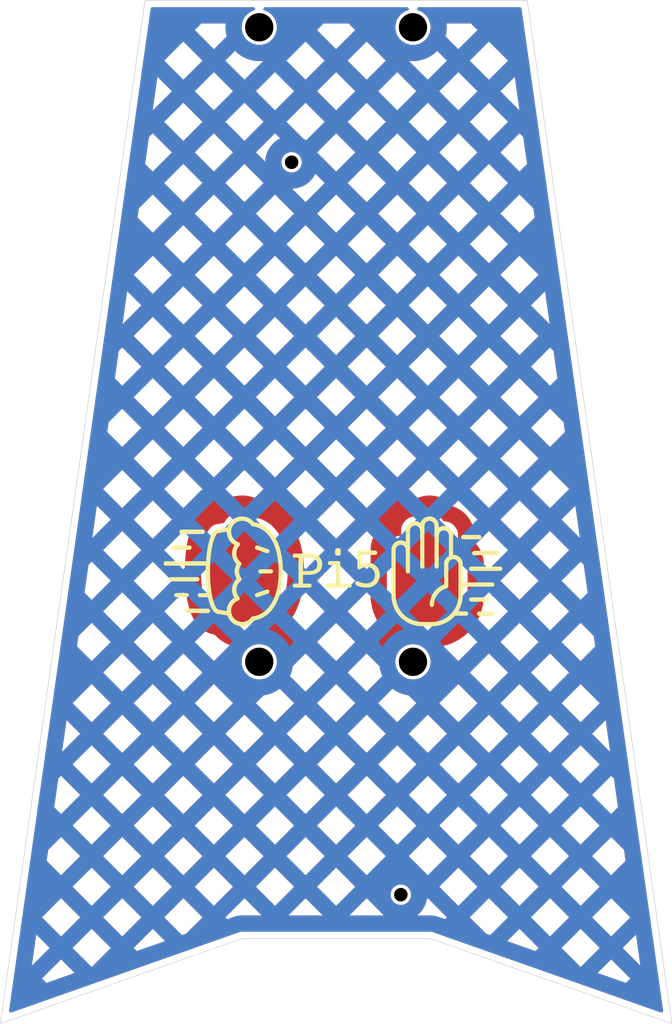
<source format=kicad_pcb>
(kicad_pcb (version 20211014) (generator pcbnew)
  (layers (0 "F.Cu" signal) (31 "B.Cu" signal) (34 "B.Paste" user) (35 "F.Paste" user) (36 "B.SilkS" user "B.Silkscreen") (37 "F.SilkS" user "F.Silkscreen") (38 "B.Mask" user) (39 "F.Mask" user) (44 "Edge.Cuts" user))
  (net 0 "")
  (footprint "custom:1mm-hole" (layer "F.Cu") (at 147.3 139.75)
    (fp_text reference "REF**" hide)
    (fp_text value "1mm-hole")
    (pad "" np_thru_hole circle (at 0 0) (size 1 1) (drill 1) (layers *.Mask))
  )
  (footprint "custom:1mm-hole" (layer "F.Cu") (at 139.2 85.5)
    (fp_text reference "REF**" hide)
    (fp_text value "1mm-hole")
    (pad "" np_thru_hole circle (at 0 0) (size 1 1) (drill 1) (layers *.Mask))
  )
  (footprint "custom:PiPico-Mounting" (layer "F.Cu") (at 142.5 99)
    (fp_text reference "REF**" hide)
    (fp_text value "PiPico-Mounting")
    (pad "" np_thru_hole circle (at -5.7 -23.5) (size 2.1 2.1) (drill 2.1) (layers *.Mask) (clearance 0.2))
    (pad "" np_thru_hole circle (at -5.7 23.5) (size 2.1 2.1) (drill 2.1) (layers *.Mask) (clearance 0.2))
    (pad "" np_thru_hole circle (at 5.7 23.5) (size 2.1 2.1) (drill 2.1) (layers *.Mask) (clearance 0.2))
    (pad "" np_thru_hole circle (at 5.7 -23.5) (size 2.1 2.1) (drill 2.1) (layers *.Mask) (clearance 0.2))
  )
  (gr_poly (pts (xy 149.461398 111.894356) (xy 149.48844 111.896415) (xy 149.51509 111.899806) (xy 149.541315 111.904494) (xy 149.567082 111.910447) (xy 149.592357 111.917631) (xy 149.617106 111.926012) (xy 149.641296 111.935556) (xy 149.664893 111.94623) (xy 149.687864 111.958001) (xy 149.710175 111.970834) (xy 149.731792 111.984697) (xy 149.752682 111.999555) (xy 149.772812 112.015375) (xy 149.792147 112.032124) (xy 149.810654 112.049767) (xy 149.828299 112.068271) (xy 149.84505 112.087602) (xy 149.860872 112.107728) (xy 149.875732 112.128614) (xy 149.889596 112.150227) (xy 149.90243 112.172532) (xy 149.914202 112.195498) (xy 149.924877 112.219089) (xy 149.934422 112.243272) (xy 149.942803 112.268014) (xy 149.949987 112.293281) (xy 149.955941 112.31904) (xy 149.960629 112.345256) (xy 149.96402 112.371897) (xy 149.966079 112.398928) (xy 149.966773 112.426317) (xy 149.966773 113.136603) (xy 149.967466 113.109204) (xy 149.969524 113.082163) (xy 149.972913 113.055515) (xy 149.977599 113.029291) (xy 149.98355 113.003527) (xy 149.990731 112.978256) (xy 149.999108 112.95351) (xy 150.008649 112.929324) (xy 150.01932 112.905731) (xy 150.031087 112.882765) (xy 150.043916 112.860459) (xy 150.057775 112.838847) (xy 150.07263 112.817962) (xy 150.088446 112.797839) (xy 150.105191 112.778509) (xy 150.122831 112.760008) (xy 150.141333 112.742367) (xy 150.160662 112.725622) (xy 150.180786 112.709806) (xy 150.201671 112.694951) (xy 150.223283 112.681093) (xy 150.245589 112.668263) (xy 150.268555 112.656496) (xy 150.292148 112.645825) (xy 150.316334 112.636284) (xy 150.341079 112.627907) (xy 150.366351 112.620726) (xy 150.392115 112.614775) (xy 150.418338 112.610089) (xy 150.444987 112.6067) (xy 150.472027 112.604642) (xy 150.499426 112.603948) (xy 150.526815 112.604642) (xy 150.553847 112.6067) (xy 150.580487 112.610089) (xy 150.606704 112.614775) (xy 150.632463 112.620726) (xy 150.65773 112.627907) (xy 150.682472 112.636284) (xy 150.706655 112.645825) (xy 150.730246 112.656496) (xy 150.753212 112.668263) (xy 150.775517 112.681093) (xy 150.79713 112.694951) (xy 150.818016 112.709806) (xy 150.838141 112.725622) (xy 150.857473 112.742367) (xy 150.875977 112.760008) (xy 150.89362 112.778509) (xy 150.910368 112.797839) (xy 150.926188 112.817962) (xy 150.941046 112.838847) (xy 150.954909 112.860459) (xy 150.967742 112.882765) (xy 150.979513 112.905731) (xy 150.990187 112.929324) (xy 150.999731 112.95351) (xy 151.008112 112.978256) (xy 151.015296 113.003527) (xy 151.021248 113.029291) (xy 151.025937 113.055515) (xy 151.029327 113.082163) (xy 151.031386 113.109204) (xy 151.03208 113.136603) (xy 151.03208 114.764993) (xy 151.053111 114.758023) (xy 151.074514 114.751918) (xy 151.09627 114.746698) (xy 151.118357 114.742383) (xy 151.140754 114.738993) (xy 151.152062 114.73765) (xy 151.16344 114.736546) (xy 151.174884 114.735684) (xy 151.186393 114.735064) (xy 151.197964 114.734691) (xy 151.209593 114.734566) (xy 151.236992 114.73526) (xy 151.264033 114.737319) (xy 151.290682 114.740709) (xy 151.316905 114.745398) (xy 151.342669 114.751351) (xy 151.36794 114.758534) (xy 151.392686 114.766915) (xy 151.416872 114.776459) (xy 151.440464 114.787134) (xy 151.46343 114.798904) (xy 151.485736 114.811738) (xy 151.507348 114.8256) (xy 151.528233 114.840459) (xy 151.548357 114.856279) (xy 151.567686 114.873027) (xy 151.586187 114.89067) (xy 151.603827 114.909174) (xy 151.620572 114.928506) (xy 151.636389 114.948631) (xy 151.651243 114.969517) (xy 151.665102 114.99113) (xy 151.677931 115.013436) (xy 151.689698 115.036401) (xy 151.700369 115.059992) (xy 151.70991 115.084175) (xy 151.718287 115.108917) (xy 151.725468 115.134185) (xy 151.731418 115.159943) (xy 151.736105 115.18616) (xy 151.739494 115.2128) (xy 151.741552 115.239832) (xy 151.742245 115.26722) (xy 151.742245 117.57547) (xy 151.739471 117.685045) (xy 151.731237 117.79319) (xy 151.717678 117.89977) (xy 151.698928 118.004651) (xy 151.675121 118.1077) (xy 151.646392 118.20878) (xy 151.612876 118.307759) (xy 151.574705 118.404502) (xy 151.532015 118.498874) (xy 151.48494 118.590741) (xy 151.433614 118.679969) (xy 151.378171 118.766424) (xy 151.318746 118.84997) (xy 151.255473 118.930475) (xy 151.188486 119.007803) (xy 151.11792 119.08182) (xy 151.043908 119.152392) (xy 150.966586 119.219384) (xy 150.886087 119.282663) (xy 150.802546 119.342093) (xy 150.716096 119.397541) (xy 150.626873 119.448872) (xy 150.535011 119.495952) (xy 150.440643 119.538647) (xy 150.343904 119.576822) (xy 150.244929 119.610342) (xy 150.143851 119.639074) (xy 150.040806 119.662884) (xy 149.935926 119.681636) (xy 149.829347 119.695197) (xy 149.721203 119.703432) (xy 149.611628 119.706206) (xy 148.901345 119.706206) (xy 148.79177 119.703432) (xy 148.683626 119.695197) (xy 148.577047 119.681636) (xy 148.472167 119.662884) (xy 148.369121 119.639074) (xy 148.268044 119.610342) (xy 148.169068 119.576822) (xy 148.07233 119.538647) (xy 147.977962 119.495952) (xy 147.886099 119.448872) (xy 147.796876 119.397541) (xy 147.710427 119.342093) (xy 147.626885 119.282663) (xy 147.546386 119.219384) (xy 147.469064 119.152392) (xy 147.395052 119.08182) (xy 147.324486 119.007803) (xy 147.257499 118.930475) (xy 147.194226 118.84997) (xy 147.134801 118.766424) (xy 147.079358 118.679969) (xy 147.028032 118.590741) (xy 146.980956 118.498874) (xy 146.938266 118.404502) (xy 146.900096 118.307759) (xy 146.866579 118.20878) (xy 146.83785 118.1077) (xy 146.814043 118.004651) (xy 146.795293 117.89977) (xy 146.781734 117.79319) (xy 146.7735 117.685045) (xy 146.770726 117.57547) (xy 146.770726 114.201912) (xy 146.771419 114.174523) (xy 146.773477 114.147492) (xy 146.776866 114.120851) (xy 146.781553 114.094635) (xy 146.787503 114.068876) (xy 146.794684 114.043609) (xy 146.803061 114.018867) (xy 146.812602 113.994684) (xy 146.823273 113.971092) (xy 146.83504 113.948127) (xy 146.84787 113.925822) (xy 146.861728 113.904209) (xy 146.876583 113.883323) (xy 146.892399 113.863197) (xy 146.909144 113.843866) (xy 146.926785 113.825361) (xy 146.945286 113.807718) (xy 146.964616 113.79097) (xy 146.984739 113.77515) (xy 147.005624 113.760292) (xy 147.027236 113.746429) (xy 147.049542 113.733596) (xy 147.072508 113.721825) (xy 147.096101 113.711151) (xy 147.120287 113.701607) (xy 147.145032 113.693226) (xy 147.170304 113.686042) (xy 147.196068 113.680089) (xy 147.222291 113.675401) (xy 147.24894 113.67201) (xy 147.275981 113.669951) (xy 147.30338 113.669257) (xy 147.330768 113.669951) (xy 147.357799 113.67201) (xy 147.38444 113.675401) (xy 147.410657 113.680089) (xy 147.436415 113.686042) (xy 147.461682 113.693226) (xy 147.486425 113.701607) (xy 147.510608 113.711151) (xy 147.534199 113.721825) (xy 147.557164 113.733596) (xy 147.57947 113.746429) (xy 147.601083 113.760292) (xy 147.621969 113.77515) (xy 147.642094 113.79097) (xy 147.661426 113.807718) (xy 147.67993 113.825361) (xy 147.697574 113.843866) (xy 147.714322 113.863197) (xy 147.730142 113.883323) (xy 147.745 113.904209) (xy 147.758863 113.925822) (xy 147.771696 113.948127) (xy 147.783467 113.971092) (xy 147.794141 113.994684) (xy 147.803686 114.018867) (xy 147.812067 114.043609) (xy 147.81925 114.068876) (xy 147.825203 114.094635) (xy 147.829892 114.120851) (xy 147.833282 114.147492) (xy 147.835341 114.174523) (xy 147.836035 114.201912) (xy 147.836035 112.78146) (xy 147.836729 112.754071) (xy 147.838788 112.72704) (xy 147.842179 112.700399) (xy 147.846867 112.674183) (xy 147.85282 112.648424) (xy 147.860004 112.623157) (xy 147.868384 112.598415) (xy 147.877929 112.574232) (xy 147.888603 112.550641) (xy 147.900374 112.527675) (xy 147.913207 112.50537) (xy 147.92707 112.483757) (xy 147.941928 112.462871) (xy 147.957748 112.442745) (xy 147.974496 112.423414) (xy 147.992139 112.40491) (xy 148.010643 112.387267) (xy 148.029975 112.370518) (xy 148.050101 112.354698) (xy 148.070986 112.33984) (xy 148.092599 112.325977) (xy 148.114905 112.313144) (xy 148.13787 112.301373) (xy 148.161461 112.290699) (xy 148.185644 112.281155) (xy 148.210386 112.272774) (xy 148.235653 112.26559) (xy 148.261412 112.259637) (xy 148.287629 112.254949) (xy 148.314269 112.251558) (xy 148.341301 112.249499) (xy 148.368689 112.248805) (xy 148.396088 112.249499) (xy 148.423129 112.251558) (xy 148.449777 112.254949) (xy 148.476001 112.259637) (xy 148.501765 112.26559) (xy 148.527037 112.272774) (xy 148.551782 112.281155) (xy 148.575968 112.290699) (xy 148.599561 112.301373) (xy 148.622527 112.313144) (xy 148.644833 112.325977) (xy 148.666445 112.33984) (xy 148.68733 112.354698) (xy 148.707454 112.370518) (xy 148.726783 112.387267) (xy 148.745285 112.40491) (xy 148.762925 112.423414) (xy 148.77967 112.442745) (xy 148.795487 112.462871) (xy 148.810341 112.483757) (xy 148.8242 112.50537) (xy 148.83703 112.527675) (xy 148.848797 112.550641) (xy 148.859468 112.574232) (xy 148.869009 112.598415) (xy 148.877387 112.623157) (xy 148.884567 112.648424) (xy 148.890518 112.674183) (xy 148.895204 112.700399) (xy 148.898593 112.72704) (xy 148.900651 112.754071) (xy 148.901345 112.78146) (xy 148.901345 112.426317) (xy 148.902039 112.398928) (xy 148.904098 112.371897) (xy 148.907488 112.345256) (xy 148.912177 112.31904) (xy 148.91813 112.293281) (xy 148.925313 112.268014) (xy 148.933694 112.243272) (xy 148.943238 112.219089) (xy 148.953913 112.195498) (xy 148.965683 112.172532) (xy 148.978517 112.150227) (xy 148.992379 112.128614) (xy 149.007237 112.107728) (xy 149.023057 112.087602) (xy 149.039806 112.068271) (xy 149.057449 112.049767) (xy 149.075953 112.032124) (xy 149.095284 112.015375) (xy 149.11541 111.999555) (xy 149.136296 111.984697) (xy 149.157909 111.970834) (xy 149.180214 111.958001) (xy 149.203179 111.94623) (xy 149.226771 111.935556) (xy 149.250954 111.926012) (xy 149.275696 111.917631) (xy 149.300963 111.910447) (xy 149.326722 111.904494) (xy 149.352938 111.899806) (xy 149.379579 111.896415) (xy 149.40661 111.894356) (xy 149.433999 111.893662)) (layer "F.Cu") (width 0) (fill solid))
  (gr_poly (pts (xy 135.592534 111.895582) (xy 135.652718 111.901176) (xy 135.711794 111.910363) (xy 135.769652 111.923032) (xy 135.826178 111.939069) (xy 135.881262 111.958362) (xy 135.934791 111.980801) (xy 135.986653 112.006272) (xy 136.036738 112.034664) (xy 136.084932 112.065865) (xy 136.131125 112.099762) (xy 136.175204 112.136244) (xy 136.217058 112.175199) (xy 136.256574 112.216515) (xy 136.293642 112.260079) (xy 136.328148 112.30578) (xy 136.458912 112.327805) (xy 136.58521 112.357247) (xy 136.707063 112.393926) (xy 136.824493 112.437664) (xy 136.937519 112.488281) (xy 137.046162 112.545598) (xy 137.150443 112.609435) (xy 137.250382 112.679614) (xy 137.346001 112.755954) (xy 137.437318 112.838277) (xy 137.524356 112.926403) (xy 137.607135 113.020153) (xy 137.685675 113.119347) (xy 137.759997 113.223807) (xy 137.830121 113.333353) (xy 137.896069 113.447805) (xy 137.95786 113.566984) (xy 138.015515 113.690711) (xy 138.069056 113.818807) (xy 138.118501 113.951092) (xy 138.163873 114.087387) (xy 138.205191 114.227512) (xy 138.242477 114.371289) (xy 138.27575 114.518538) (xy 138.305032 114.66908) (xy 138.330342 114.822734) (xy 138.351703 114.979323) (xy 138.369133 115.138666) (xy 138.392286 115.4649) (xy 138.399968 115.8) (xy 138.392286 116.135077) (xy 138.369133 116.46129) (xy 138.330342 116.777204) (xy 138.27575 117.081385) (xy 138.205191 117.372398) (xy 138.118501 117.648808) (xy 138.015515 117.90918) (xy 137.896069 118.15208) (xy 137.759997 118.376072) (xy 137.607135 118.579722) (xy 137.524356 118.67347) (xy 137.437318 118.761595) (xy 137.346001 118.843916) (xy 137.250382 118.920256) (xy 137.150443 118.990434) (xy 137.046162 119.054271) (xy 136.937519 119.111587) (xy 136.824493 119.162204) (xy 136.707063 119.205942) (xy 136.58521 119.242621) (xy 136.458912 119.272063) (xy 136.328148 119.294088) (xy 136.293642 119.339788) (xy 136.256574 119.383353) (xy 136.217058 119.424668) (xy 136.175204 119.463623) (xy 136.131125 119.500105) (xy 136.084932 119.534003) (xy 136.036738 119.565203) (xy 135.986653 119.593595) (xy 135.934791 119.619066) (xy 135.881262 119.641505) (xy 135.826178 119.660798) (xy 135.769652 119.676835) (xy 135.711794 119.689503) (xy 135.652718 119.698691) (xy 135.592534 119.704285) (xy 135.562062 119.7057) (xy 135.531355 119.706175) (xy 135.487043 119.705186) (xy 135.443235 119.702245) (xy 135.399973 119.697397) (xy 135.357299 119.690681) (xy 135.315254 119.682142) (xy 135.273883 119.67182) (xy 135.233225 119.659758) (xy 135.193325 119.645999) (xy 135.154224 119.630584) (xy 135.115965 119.613555) (xy 135.078589 119.594955) (xy 135.042139 119.574825) (xy 135.006657 119.553208) (xy 134.972185 119.530147) (xy 134.938766 119.505682) (xy 134.906443 119.479857) (xy 134.845248 119.424294) (xy 134.788941 119.363793) (xy 134.762725 119.331797) (xy 134.737857 119.298693) (xy 134.714381 119.264523) (xy 134.692337 119.22933) (xy 134.671768 119.193156) (xy 134.652716 119.156042) (xy 134.635224 119.118031) (xy 134.619334 119.079166) (xy 134.605088 119.039488) (xy 134.592529 118.999039) (xy 134.581697 118.957861) (xy 134.572637 118.915998) (xy 134.554778 118.924994) (xy 133.773595 118.792702) (xy 133.73341 118.789012) (xy 133.69375 118.77804) (xy 133.654664 118.759936) (xy 133.616201 118.734848) (xy 133.578412 118.702925) (xy 133.541345 118.664314) (xy 133.505048 118.619165) (xy 133.469573 118.567626) (xy 133.434967 118.509846) (xy 133.40128 118.445973) (xy 133.368561 118.376156) (xy 133.336859 118.300543) (xy 133.306225 118.219284) (xy 133.276705 118.132526) (xy 133.248351 118.040418) (xy 133.221212 117.943108) (xy 133.170772 117.733479) (xy 133.12578 117.504828) (xy 133.086629 117.258343) (xy 133.053714 116.995211) (xy 133.027428 116.716623) (xy 133.008164 116.423766) (xy 132.996317 116.117829) (xy 132.992281 115.8) (xy 132.996317 115.482149) (xy 133.008164 115.176196) (xy 133.027428 114.883327) (xy 133.053714 114.604732) (xy 133.086629 114.341598) (xy 133.12578 114.095113) (xy 133.170772 113.866465) (xy 133.221212 113.656842) (xy 133.276705 113.467431) (xy 133.336859 113.299421) (xy 133.40128 113.154) (xy 133.469573 113.032355) (xy 133.541345 112.935674) (xy 133.616201 112.865146) (xy 133.654664 112.84006) (xy 133.69375 112.821958) (xy 133.73341 112.810988) (xy 133.773595 112.807298) (xy 134.554778 112.675006) (xy 134.572637 112.68387) (xy 134.581697 112.642006) (xy 134.592529 112.600829) (xy 134.605088 112.56038) (xy 134.619334 112.520702) (xy 134.635224 112.481836) (xy 134.652716 112.443825) (xy 134.671768 112.406712) (xy 134.692337 112.370537) (xy 134.714381 112.335344) (xy 134.737857 112.301174) (xy 134.762725 112.26807) (xy 134.788941 112.236074) (xy 134.816463 112.205228) (xy 134.845248 112.175573) (xy 134.875256 112.147153) (xy 134.906443 112.12001) (xy 134.938766 112.094185) (xy 134.972185 112.06972) (xy 135.006657 112.046659) (xy 135.042139 112.025042) (xy 135.078589 112.004912) (xy 135.115965 111.986312) (xy 135.154224 111.969283) (xy 135.193325 111.953868) (xy 135.233225 111.940108) (xy 135.273883 111.928047) (xy 135.315254 111.917725) (xy 135.357299 111.909185) (xy 135.399973 111.90247) (xy 135.443235 111.897621) (xy 135.487043 111.894681) (xy 135.531355 111.893692)) (layer "F.Cu") (width 0) (fill solid))
  (gr_line (start 148.516391 112.27284) (end 148.491119 112.265656) (layer "F.SilkS") (width 0.312689))
  (gr_line (start 147.31384 119.007869) (end 147.384406 119.081886) (layer "F.SilkS") (width 0.312689))
  (gr_line (start 147.347153 113.672076) (end 147.320122 113.670017) (layer "F.SilkS") (width 0.312689))
  (gr_line (start 134.944549 117.167168) (end 134.944549 117.167168) (layer "F.SilkS") (width 0.312208))
  (gr_line (start 135.480249 119.704969) (end 135.430684 119.701195) (layer "F.SilkS") (width 0.312208))
  (gr_line (start 149.956127 113.136669) (end 149.956127 113.136669) (layer "F.SilkS") (width 0.312689))
  (gr_line (start 147.877957 112.550707) (end 147.867283 112.574298) (layer "F.SilkS") (width 0.312689))
  (gr_line (start 134.657232 118.292261) (end 134.692658 118.227908) (layer "F.SilkS") (width 0.312208))
  (gr_line (start 136.327262 112.305846) (end 136.327262 112.305846) (layer "F.SilkS") (width 0.312208))
  (gr_line (start 135.160434 116.000448) (end 135.153099 115.96136) (layer "F.SilkS") (width 0.312208))
  (gr_line (start 147.703676 113.863263) (end 147.686928 113.843932) (layer "F.SilkS") (width 0.312689))
  (gr_line (start 150.569841 112.610155) (end 150.543201 112.606766) (layer "F.SilkS") (width 0.312689))
  (gr_line (start 151.040644 114.7586) (end 151.065911 114.751417) (layer "F.SilkS") (width 0.312689))
  (gr_line (start 135.15862 115.608586) (end 135.16672 115.571687) (layer "F.SilkS") (width 0.312208))
  (gr_line (start 134.629739 113.248039) (end 134.615746 113.212837) (layer "F.SilkS") (width 0.312208))
  (gr_line (start 147.616239 119.282729) (end 147.699781 119.342159) (layer "F.SilkS") (width 0.312689))
  (gr_line (start 134.692658 118.227908) (end 134.732668 118.166615) (layer "F.SilkS") (width 0.312208))
  (gr_line (start 132.991431 118.729693) (end 131.428934 118.718581) (layer "F.SilkS") (width 0.330729))
  (gr_line (start 134.558938 112.77055) (end 134.565154 112.721703) (layer "F.SilkS") (width 0.312208))
  (gr_line (start 134.873997 119.452407) (end 134.840072 119.420061) (layer "F.SilkS") (width 0.312208))
  (gr_line (start 133.220326 113.656908) (end 133.275819 113.467497) (layer "F.SilkS") (width 0.312208))
  (gr_line (start 136.936633 119.111653) (end 136.823607 119.16227) (layer "F.SilkS") (width 0.312208))
  (gr_line (start 151.741355 116.776596) (end 154.085035 116.776596) (layer "F.SilkS") (width 0.313531))
  (gr_line (start 134.979605 113.676625) (end 134.949198 113.654938) (layer "F.SilkS") (width 0.312208))
  (gr_line (start 135.187024 115.499516) (end 135.199169 115.464302) (layer "F.SilkS") (width 0.312208))
  (gr_line (start 148.060341 112.339906) (end 148.039455 112.354764) (layer "F.SilkS") (width 0.312689))
  (gr_line (start 149.742036 111.999621) (end 149.721146 111.984763) (layer "F.SilkS") (width 0.312689))
  (gr_line (start 130.457462 114.042225) (end 131.618983 114.042225) (layer "F.SilkS") (width 0.330729))
  (gr_line (start 149.60646 111.926078) (end 149.581711 111.917697) (layer "F.SilkS") (width 0.312689))
  (gr_line (start 134.82551 118.054134) (end 134.87788 118.003409) (layer "F.SilkS") (width 0.312208))
  (gr_line (start 149.932158 112.26808) (end 149.923776 112.243338) (layer "F.SilkS") (width 0.312689))
  (gr_line (start 151.635747 118.208846) (end 151.664475 118.107766) (layer "F.SilkS") (width 0.312689))
  (gr_line (start 135.071952 114.950689) (end 135.046232 114.902434) (layer "F.SilkS") (width 0.312208))
  (gr_line (start 136.084046 119.534069) (end 136.035852 119.565269) (layer "F.SilkS") (width 0.312208))
  (gr_line (start 147.78623 119.397607) (end 147.875453 119.448938) (layer "F.SilkS") (width 0.312689))
  (gr_line (start 134.909439 112.116887) (end 134.946336 112.087884) (layer "F.SilkS") (width 0.312208))
  (gr_line (start 148.955037 112.172598) (end 148.943267 112.195564) (layer "F.SilkS") (width 0.312689))
  (gr_line (start 134.984628 119.539354) (end 134.946336 119.512115) (layer "F.SilkS") (width 0.312208))
  (gr_line (start 151.537711 114.856345) (end 151.517587 114.840525) (layer "F.SilkS") (width 0.312689))
  (gr_line (start 135.17421 116.538332) (end 135.211194 116.496893) (layer "F.SilkS") (width 0.312208))
  (gr_line (start 135.530469 111.893758) (end 135.530469 111.893758) (layer "F.SilkS") (width 0.312208))
  (gr_line (start 135.121612 117.842686) (end 135.189951 117.814206) (layer "F.SilkS") (width 0.312208))
  (gr_line (start 151.198947 114.734632) (end 151.198947 114.734632) (layer "F.SilkS") (width 0.312689))
  (gr_line (start 133.732524 118.789078) (end 133.692864 118.778106) (layer "F.SilkS") (width 0.312208))
  (gr_line (start 134.954114 117.304278) (end 134.948832 117.25916) (layer "F.SilkS") (width 0.312208))
  (gr_line (start 135.065148 112.011704) (end 135.107254 111.990126) (layer "F.SilkS") (width 0.312208))
  (gr_line (start 134.584662 112.626404) (end 134.597831 112.580077) (layer "F.SilkS") (width 0.312208))
  (gr_line (start 149.923776 112.243338) (end 149.914231 112.219155) (layer "F.SilkS") (width 0.312689))
  (gr_line (start 137.829235 113.333419) (end 137.895183 113.447871) (layer "F.SilkS") (width 0.312208))
  (gr_line (start 133.615315 118.734914) (end 133.577526 118.702991) (layer "F.SilkS") (width 0.312208))
  (gr_line (start 148.019329 112.370584) (end 147.999997 112.387333) (layer "F.SilkS") (width 0.312689))
  (gr_line (start 146.851083 113.904275) (end 146.837224 113.925888) (layer "F.SilkS") (width 0.312689))
  (gr_line (start 150.444612 116.976933) (end 150.55333 116.933459) (layer "F.SilkS") (width 0.312353))
  (gr_line (start 147.828142 112.727106) (end 147.826083 112.754137) (layer "F.SilkS") (width 0.312689))
  (gr_line (start 150.915542 112.818028) (end 150.899722 112.797905) (layer "F.SilkS") (width 0.312689))
  (gr_line (start 149.423353 111.893728) (end 149.395964 111.894422) (layer "F.SilkS") (width 0.312689))
  (gr_line (start 151.306259 114.745464) (end 151.280036 114.740775) (layer "F.SilkS") (width 0.312689))
  (gr_line (start 134.863369 113.583295) (end 134.836659 113.557323) (layer "F.SilkS") (width 0.312208))
  (gr_line (start 148.884558 112.700465) (end 148.879872 112.674249) (layer "F.SilkS") (width 0.312689))
  (gr_line (start 150.34049 117.028956) (end 150.444612 116.976933) (layer "F.SilkS") (width 0.312353))
  (gr_line (start 149.949983 112.345322) (end 149.945295 112.319106) (layer "F.SilkS") (width 0.312689))
  (gr_line (start 147.475779 113.701673) (end 147.451037 113.693292) (layer "F.SilkS") (width 0.312689))
  (gr_line (start 147.246853 118.930541) (end 147.31384 119.007869) (layer "F.SilkS") (width 0.312689))
  (gr_line (start 149.530669 111.90456) (end 149.504444 111.899872) (layer "F.SilkS") (width 0.312689))
  (gr_line (start 150.8409 114.873093) (end 150.860232 114.856345) (layer "F.SilkS") (width 0.312689))
  (gr_line (start 135.010858 113.697162) (end 134.979605 113.676625) (layer "F.SilkS") (width 0.312208))
  (gr_line (start 146.92762 118.404568) (end 146.970311 118.49894) (layer "F.SilkS") (width 0.312689))
  (gr_line (start 150.55333 116.933459) (end 150.609278 116.915063) (layer "F.SilkS") (width 0.312353))
  (gr_line (start 148.752279 112.42348) (end 148.734639 112.404976) (layer "F.SilkS") (width 0.312689))
  (gr_line (start 136.292756 119.339854) (end 136.255688 119.383419) (layer "F.SilkS") (width 0.312208))
  (gr_line (start 135.101712 113.937025) (end 135.127425 113.899415) (layer "F.SilkS") (width 0.312208))
  (gr_line (start 135.211194 116.496893) (end 135.250445 116.457621) (layer "F.SilkS") (width 0.312208))
  (gr_line (start 134.584662 118.973596) (end 134.573749 118.926367) (layer "F.SilkS") (width 0.312208))
  (gr_line (start 136.130239 119.500171) (end 136.084046 119.534069) (layer "F.SilkS") (width 0.312208))
  (gr_line (start 151.141416 114.737716) (end 151.130108 114.739059) (layer "F.SilkS") (width 0.312689))
  (gr_line (start 149.12565 111.984763) (end 149.104764 111.999621) (layer "F.SilkS") (width 0.312689))
  (gr_line (start 136.174318 112.13631) (end 136.216172 112.175265) (layer "F.SilkS") (width 0.312208))
  (gr_line (start 137.759111 118.376138) (end 137.606249 118.579788) (layer "F.SilkS") (width 0.312208))
  (gr_line (start 135.825292 111.939135) (end 135.880376 111.958428) (layer "F.SilkS") (width 0.312208))
  (gr_line (start 135.23559 116.222012) (end 135.219523 116.186795) (layer "F.SilkS") (width 0.312208))
  (gr_line (start 135.024253 119.564768) (end 134.984628 119.539354) (layer "F.SilkS") (width 0.312208))
  (gr_line (start 147.849358 112.623223) (end 147.842174 112.64849) (layer "F.SilkS") (width 0.312689))
  (gr_line (start 135.710908 111.910429) (end 135.768766 111.923098) (layer "F.SilkS") (width 0.312208))
  (gr_line (start 146.801956 113.99475) (end 146.792416 114.018933) (layer "F.SilkS") (width 0.312689))
  (gr_line (start 149.914231 112.219155) (end 149.903556 112.195564) (layer "F.SilkS") (width 0.312689))
  (gr_line (start 151.699264 115.084241) (end 151.689723 115.060058) (layer "F.SilkS") (width 0.312689))
  (gr_line (start 135.252996 116.256466) (end 135.23559 116.222012) (layer "F.SilkS") (width 0.312208))
  (gr_line (start 148.465355 112.259703) (end 148.439132 112.255015) (layer "F.SilkS") (width 0.312689))
  (gr_line (start 134.65026 112.447119) (end 134.671839 112.405014) (layer "F.SilkS") (width 0.312208))
  (gr_line (start 135.381837 119.694979) (end 135.333767 119.686384) (layer "F.SilkS") (width 0.312208))
  (gr_line (start 148.781124 119.703498) (end 148.890699 119.706272) (layer "F.SilkS") (width 0.312689))
  (gr_line (start 147.109641 113.701673) (end 147.085455 113.711217) (layer "F.SilkS") (width 0.312689))
  (gr_line (start 149.662784 117.866614) (end 149.681177 117.810285) (layer "F.SilkS") (width 0.312353))
  (gr_line (start 133.275819 113.467497) (end 133.335973 113.299487) (layer "F.SilkS") (width 0.312208))
  (gr_line (start 147.499962 113.711217) (end 147.475779 113.701673) (layer "F.SilkS") (width 0.312689))
  (gr_line (start 151.707641 115.108983) (end 151.699264 115.084241) (layer "F.SilkS") (width 0.312689))
  (gr_line (start 135.933905 111.980867) (end 135.985767 112.006338) (layer "F.SilkS") (width 0.312208))
  (gr_line (start 148.385442 112.249565) (end 148.358043 112.248871) (layer "F.SilkS") (width 0.312689))
  (gr_line (start 148.696808 112.370584) (end 148.676684 112.354764) (layer "F.SilkS") (width 0.312689))
  (gr_line (start 136.584324 112.357313) (end 136.706177 112.393992) (layer "F.SilkS") (width 0.312208))
  (gr_line (start 135.045215 117.599224) (end 135.026737 117.559663) (layer "F.SilkS") (width 0.312208))
  (gr_line (start 150.944263 112.860525) (end 150.9304 112.838913) (layer "F.SilkS") (width 0.312689))
  (gr_line (start 133.577526 118.702991) (end 133.540459 118.66438) (layer "F.SilkS") (width 0.312208))
  (gr_line (start 150.80737 112.709872) (end 150.786484 112.695017) (layer "F.SilkS") (width 0.312689))
  (gr_line (start 134.597831 119.019923) (end 134.584662 118.973596) (layer "F.SilkS") (width 0.312208))
  (gr_line (start 150.150016 112.725688) (end 150.130687 112.742433) (layer "F.SilkS") (width 0.312689))
  (gr_line (start 150.957096 112.882831) (end 150.944263 112.860525) (layer "F.SilkS") (width 0.312689))
  (gr_line (start 146.837224 113.925888) (end 146.824394 113.948193) (layer "F.SilkS") (width 0.312689))
  (gr_line (start 135.651832 119.698757) (end 135.591648 119.704351) (layer "F.SilkS") (width 0.312208))
  (gr_line (start 135.530469 119.706241) (end 135.480249 119.704969) (layer "F.SilkS") (width 0.312208))
  (gr_line (start 134.944549 117.167168) (end 134.946332 117.107747) (layer "F.SilkS") (width 0.312208))
  (gr_line (start 147.458418 119.152458) (end 147.53574 119.21945) (layer "F.SilkS") (width 0.312689))
  (gr_line (start 148.358475 119.63914) (end 148.461521 119.66295) (layer "F.SilkS") (width 0.312689))
  (gr_line (start 134.836659 113.557323) (end 134.810951 113.530356) (layer "F.SilkS") (width 0.312208))
  (gr_line (start 132.991392 117.567254) (end 132.394826 117.567254) (layer "F.SilkS") (width 0.304081))
  (gr_line (start 148.858363 112.598481) (end 148.848822 112.574298) (layer "F.SilkS") (width 0.312689))
  (gr_line (start 135.260359 115.32993) (end 135.278662 115.298103) (layer "F.SilkS") (width 0.312208))
  (gr_line (start 134.786274 113.502427) (end 134.762661 113.473565) (layer "F.SilkS") (width 0.312208))
  (gr_line (start 151.175747 114.73513) (end 151.164238 114.73575) (layer "F.SilkS") (width 0.312689))
  (gr_line (start 136.327262 119.294154) (end 136.327262 119.294154) (layer "F.SilkS") (width 0.312208))
  (gr_line (start 135.005655 116.8267) (end 135.026884 116.774422) (layer "F.SilkS") (width 0.312208))
  (gr_line (start 150.008674 112.905797) (end 149.998003 112.92939) (layer "F.SilkS") (width 0.312689))
  (gr_line (start 148.838151 112.550707) (end 148.826384 112.527741) (layer "F.SilkS") (width 0.312689))
  (gr_line (start 150.698641 115.084241) (end 150.708185 115.060058) (layer "F.SilkS") (width 0.312689))
  (gr_line (start 148.943267 112.195564) (end 148.932592 112.219155) (layer "F.SilkS") (width 0.312689))
  (gr_line (start 148.104259 112.31321) (end 148.081953 112.326043) (layer "F.SilkS") (width 0.312689))
  (gr_line (start 137.895183 118.152146) (end 137.759111 118.376138) (layer "F.SilkS") (width 0.312208))
  (gr_line (start 134.695366 112.364118) (end 134.72078 112.324494) (layer "F.SilkS") (width 0.312208))
  (gr_line (start 150.429997 119.538713) (end 150.524365 119.496018) (layer "F.SilkS") (width 0.312689))
  (gr_line (start 148.967871 112.150293) (end 148.955037 112.172598) (layer "F.SilkS") (width 0.312689))
  (gr_line (start 147.631449 113.791036) (end 147.611323 113.775216) (layer "F.SilkS") (width 0.312689))
  (gr_line (start 149.646669 117.923942) (end 149.662784 117.866614) (layer "F.SilkS") (width 0.312353))
  (gr_line (start 135.710908 119.689569) (end 135.651832 119.698757) (layer "F.SilkS") (width 0.312208))
  (gr_line (start 151.085624 114.746764) (end 151.063868 114.751984) (layer "F.SilkS") (width 0.312689))
  (gr_line (start 149.721146 111.984763) (end 149.699529 111.9709) (layer "F.SilkS") (width 0.312689))
  (gr_line (start 150.860232 114.856345) (end 150.880357 114.840525) (layer "F.SilkS") (width 0.312689))
  (gr_line (start 149.865086 112.12868) (end 149.850226 112.107794) (layer "F.SilkS") (width 0.312689))
  (gr_line (start 133.169886 117.733545) (end 133.124894 117.504894) (layer "F.SilkS") (width 0.312208))
  (gr_line (start 150.112185 112.760074) (end 150.094545 112.778575) (layer "F.SilkS") (width 0.312689))
  (gr_line (start 133.692864 112.822024) (end 133.732524 112.811054) (layer "F.SilkS") (width 0.312208))
  (gr_line (start 135.143718 113.767203) (end 135.109388 113.751571) (layer "F.SilkS") (width 0.312208))
  (gr_line (start 150.95594 119.21945) (end 151.033262 119.152458) (layer "F.SilkS") (width 0.312689))
  (gr_line (start 134.565154 112.721703) (end 134.573749 112.673633) (layer "F.SilkS") (width 0.312208))
  (gr_line (start 133.653778 112.840126) (end 133.692864 112.822024) (layer "F.SilkS") (width 0.312208))
  (gr_line (start 134.909439 119.483112) (end 134.873997 119.452407) (layer "F.SilkS") (width 0.312208))
  (gr_line (start 148.250766 112.259703) (end 148.225008 112.265656) (layer "F.SilkS") (width 0.312689))
  (gr_line (start 147.061862 113.721891) (end 147.038896 113.733662) (layer "F.SilkS") (width 0.312689))
  (gr_line (start 151.253387 114.737385) (end 151.226346 114.735326) (layer "F.SilkS") (width 0.312689))
  (gr_line (start 135.162037 117.781282) (end 135.135575 117.74713) (layer "F.SilkS") (width 0.312208))
  (gr_line (start 149.104764 111.999621) (end 149.084639 112.015441) (layer "F.SilkS") (width 0.312689))
  (gr_line (start 148.890005 112.754137) (end 148.887947 112.727106) (layer "F.SilkS") (width 0.312689))
  (gr_line (start 135.194846 111.95306) (end 135.240211 111.937696) (layer "F.SilkS") (width 0.312208))
  (gr_line (start 151.280036 114.740775) (end 151.253387 114.737385) (layer "F.SilkS") (width 0.312689))
  (gr_line (start 147.451037 113.693292) (end 147.425769 113.686108) (layer "F.SilkS") (width 0.312689))
  (gr_line (start 149.61253 118.101378) (end 149.621488 118.041378) (layer "F.SilkS") (width 0.312353))
  (gr_line (start 134.748019 112.286202) (end 134.777022 112.249304) (layer "F.SilkS") (width 0.312208))
  (gr_line (start 134.970989 114.694773) (end 134.959565 114.639677) (layer "F.SilkS") (width 0.312208))
  (gr_line (start 134.963202 114.27749) (end 134.973462 114.231607) (layer "F.SilkS") (width 0.312208))
  (gr_line (start 148.150815 112.290765) (end 148.127224 112.301439) (layer "F.SilkS") (width 0.312689))
  (gr_line (start 134.626621 118.359442) (end 134.657232 118.292261) (layer "F.SilkS") (width 0.312208))
  (gr_line (start 150.73063 115.013502) (end 150.743464 114.991196) (layer "F.SilkS") (width 0.312689))
  (gr_line (start 134.601056 118.42922) (end 134.626621 118.359442) (layer "F.SilkS") (width 0.312208))
  (gr_line (start 147.824696 114.174589) (end 147.822637 114.147558) (layer "F.SilkS") (width 0.312689))
  (gr_line (start 150.696009 112.645891) (end 150.671826 112.63635) (layer "F.SilkS") (width 0.312689))
  (gr_line (start 133.540459 112.93574) (end 133.615315 112.865212) (layer "F.SilkS") (width 0.312208))
  (gr_line (start 149.972904 113.003593) (end 149.966954 113.029357) (layer "F.SilkS") (width 0.312689))
  (gr_line (start 149.978565 117.313856) (end 150.060002 117.231976) (layer "F.SilkS") (width 0.312353))
  (gr_line (start 147.400011 113.680155) (end 147.373794 113.675467) (layer "F.SilkS") (width 0.312689))
  (gr_line (start 147.999997 112.387333) (end 147.981493 112.404976) (layer "F.SilkS") (width 0.312689))
  (gr_line (start 151.350831 118.925044) (end 152.13204 118.925044) (layer "F.SilkS") (width 0.325531))
  (gr_line (start 148.588915 112.301439) (end 148.565322 112.290765) (layer "F.SilkS") (width 0.312689))
  (gr_line (start 147.947102 112.442811) (end 147.931282 112.462937) (layer "F.SilkS") (width 0.312689))
  (gr_line (start 148.634187 112.326043) (end 148.611881 112.31321) (layer "F.SilkS") (width 0.312689))
  (gr_line (start 148.655799 112.339906) (end 148.634187 112.326043) (layer "F.SilkS") (width 0.312689))
  (gr_line (start 148.799696 112.483823) (end 148.784841 112.462937) (layer "F.SilkS") (width 0.312689))
  (gr_line (start 135.02318 114.852619) (end 135.002892 114.80134) (layer "F.SilkS") (width 0.312208))
  (gr_line (start 150.708185 115.060058) (end 150.71886 115.036467) (layer "F.SilkS") (width 0.312689))
  (gr_line (start 151.564059 118.404568) (end 151.60223 118.307825) (layer "F.SilkS") (width 0.312689))
  (gr_line (start 134.718749 113.41317) (end 134.698511 113.381698) (layer "F.SilkS") (width 0.312208))
  (gr_line (start 134.955125 114.324156) (end 134.963202 114.27749) (layer "F.SilkS") (width 0.312208))
  (gr_line (start 135.561176 119.705766) (end 135.530469 119.706241) (layer "F.SilkS") (width 0.312208))
  (gr_line (start 148.769024 112.442811) (end 148.752279 112.42348) (layer "F.SilkS") (width 0.312689))
  (gr_line (start 151.17784 119.007869) (end 151.244827 118.930541) (layer "F.SilkS") (width 0.312689))
  (gr_line (start 148.541136 112.281221) (end 148.516391 112.27284) (layer "F.SilkS") (width 0.312689))
  (gr_line (start 147.159658 113.686108) (end 147.134386 113.693292) (layer "F.SilkS") (width 0.312689))
  (gr_line (start 137.606249 113.020219) (end 137.684789 113.119413) (layer "F.SilkS") (width 0.312208))
  (gr_line (start 147.590437 113.760358) (end 147.568824 113.746495) (layer "F.SilkS") (width 0.312689))
  (gr_line (start 134.732668 118.166615) (end 134.777029 118.108613) (layer "F.SilkS") (width 0.312208))
  (gr_line (start 149.046803 112.049833) (end 149.02916 112.068337) (layer "F.SilkS") (width 0.312689))
  (gr_line (start 134.72078 119.275506) (end 134.695366 119.235881) (layer "F.SilkS") (width 0.312208))
  (gr_line (start 149.95682 113.10927) (end 149.956127 113.136669) (layer "F.SilkS") (width 0.312689))
  (gr_line (start 133.692864 118.778106) (end 133.653778 118.760002) (layer "F.SilkS") (width 0.312208))
  (gr_line (start 135.480249 111.89503) (end 135.530469 111.893758) (layer "F.SilkS") (width 0.312208))
  (gr_line (start 134.573749 118.926367) (end 134.565154 118.878297) (layer "F.SilkS") (width 0.312208))
  (gr_line (start 146.974094 113.775216) (end 146.95397 113.791036) (layer "F.SilkS") (width 0.312689))
  (gr_line (start 134.840072 119.420061) (end 134.807727 119.386137) (layer "F.SilkS") (width 0.312208))
  (gr_line (start 147.719496 113.883389) (end 147.703676 113.863263) (layer "F.SilkS") (width 0.312689))
  (gr_line (start 138.350817 114.979389) (end 138.368247 115.138732) (layer "F.SilkS") (width 0.312208))
  (gr_line (start 134.630692 112.490373) (end 134.65026 112.447119) (layer "F.SilkS") (width 0.312208))
  (gr_line (start 151.728848 115.212866) (end 151.725459 115.186226) (layer "F.SilkS") (width 0.312689))
  (gr_line (start 134.959565 114.639677) (end 134.951286 114.5835) (layer "F.SilkS") (width 0.312208))
  (gr_line (start 150.683076 115.134251) (end 150.69026 115.108983) (layer "F.SilkS") (width 0.312689))
  (gr_line (start 134.698511 113.381698) (end 134.67946 113.349418) (layer "F.SilkS") (width 0.312208))
  (gr_line (start 134.671839 119.194985) (end 134.65026 119.15288) (layer "F.SilkS") (width 0.312208))
  (gr_line (start 148.174998 112.281221) (end 148.150815 112.290765) (layer "F.SilkS") (width 0.312689))
  (gr_line (start 134.740142 113.443803) (end 134.718749 113.41317) (layer "F.SilkS") (width 0.312208))
  (gr_line (start 150.757326 114.969583) (end 150.772184 114.948697) (layer "F.SilkS") (width 0.312689))
  (gr_line (start 133.052828 116.995277) (end 133.026542 116.716689) (layer "F.SilkS") (width 0.312208))
  (gr_line (start 133.085743 114.341664) (end 133.124894 114.095179) (layer "F.SilkS") (width 0.312208))
  (gr_line (start 150.133205 119.63914) (end 150.234283 119.610408) (layer "F.SilkS") (width 0.312689))
  (gr_line (start 147.842174 112.64849) (end 147.836221 112.674249) (layer "F.SilkS") (width 0.312689))
  (gr_line (start 134.89105 113.608242) (end 134.863369 113.583295) (layer "F.SilkS") (width 0.312208))
  (gr_line (start 134.565992 118.575639) (end 134.580769 118.501363) (layer "F.SilkS") (width 0.312208))
  (gr_line (start 134.949198 113.654938) (end 134.91967 113.632134) (layer "F.SilkS") (width 0.312208))
  (gr_line (start 133.275819 118.132592) (end 133.247465 118.040484) (layer "F.SilkS") (width 0.312208))
  (gr_line (start 151.654456 114.991196) (end 151.640597 114.969583) (layer "F.SilkS") (width 0.312689))
  (gr_line (start 134.561043 112.988987) (end 134.557091 112.949862) (layer "F.SilkS") (width 0.312208))
  (gr_line (start 134.65026 119.15288) (end 134.630692 119.109627) (layer "F.SilkS") (width 0.312208))
  (gr_line (start 137.345115 112.75602) (end 137.436432 112.838343) (layer "F.SilkS") (width 0.312208))
  (gr_line (start 135.31867 115.236768) (end 135.276949 115.20211) (layer "F.SilkS") (width 0.312208))
  (gr_line (start 149.724581 117.70084) (end 149.776452 117.596041) (layer "F.SilkS") (width 0.312353))
  (gr_line (start 134.777022 119.350695) (end 134.748019 119.313797) (layer "F.SilkS") (width 0.312208))
  (gr_line (start 148.081953 112.326043) (end 148.060341 112.339906) (layer "F.SilkS") (width 0.312689))
  (gr_line (start 138.274864 117.081451) (end 138.204305 117.372464) (layer "F.SilkS") (width 0.312208))
  (gr_line (start 147.96385 112.42348) (end 147.947102 112.442811) (layer "F.SilkS") (width 0.312689))
  (gr_line (start 146.776857 114.068942) (end 146.770907 114.094701) (layer "F.SilkS") (width 0.312689))
  (gr_line (start 149.710557 119.703498) (end 149.818701 119.695263) (layer "F.SilkS") (width 0.312689))
  (gr_line (start 151.667285 115.013502) (end 151.654456 114.991196) (layer "F.SilkS") (width 0.312689))
  (gr_line (start 147.611323 113.775216) (end 147.590437 113.760358) (layer "F.SilkS") (width 0.312689))
  (gr_line (start 135.05555 114.015881) (end 135.077735 113.975866) (layer "F.SilkS") (width 0.312208))
  (gr_line (start 147.686928 113.843932) (end 147.669285 113.825427) (layer "F.SilkS") (width 0.312689))
  (gr_line (start 135.286538 111.924527) (end 135.333767 111.913614) (layer "F.SilkS") (width 0.312208))
  (gr_line (start 148.866741 112.623223) (end 148.858363 112.598481) (layer "F.SilkS") (width 0.312689))
  (gr_line (start 134.777029 118.108613) (end 134.82551 118.054134) (layer "F.SilkS") (width 0.312208))
  (gr_line (start 150.804753 114.90924) (end 150.822396 114.890736) (layer "F.SilkS") (width 0.312689))
  (gr_line (start 147.699781 119.342159) (end 147.78623 119.397607) (layer "F.SilkS") (width 0.312689))
  (gr_line (start 147.292734 113.669323) (end 147.265335 113.670017) (layer "F.SilkS") (width 0.312689))
  (gr_line (start 150.647084 112.627973) (end 150.621817 112.620792) (layer "F.SilkS") (width 0.312689))
  (gr_line (start 136.084046 112.065931) (end 136.130239 112.099828) (layer "F.SilkS") (width 0.312208))
  (gr_line (start 135.176197 115.53532) (end 135.187024 115.499516) (layer "F.SilkS") (width 0.312208))
  (gr_line (start 149.065307 112.03219) (end 149.046803 112.049833) (layer "F.SilkS") (width 0.312689))
  (gr_line (start 132.991395 115.214064) (end 129.866402 115.214064) (layer "F.SilkS") (width 0.330729))
  (gr_line (start 147.134386 113.693292) (end 147.109641 113.701673) (layer "F.SilkS") (width 0.312689))
  (gr_line (start 148.932592 112.219155) (end 148.923048 112.243338) (layer "F.SilkS") (width 0.312689))
  (gr_line (start 148.907484 112.293347) (end 148.901531 112.319106) (layer "F.SilkS") (width 0.312689))
  (gr_line (start 150.212637 112.681159) (end 150.191025 112.695017) (layer "F.SilkS") (width 0.312689))
  (gr_line (start 136.216172 119.424734) (end 136.174318 119.463689) (layer "F.SilkS") (width 0.312208))
  (gr_line (start 134.580769 118.501363) (end 134.601056 118.42922) (layer "F.SilkS") (width 0.312208))
  (gr_line (start 151.38204 114.766981) (end 151.357295 114.7586) (layer "F.SilkS") (width 0.312689))
  (gr_line (start 132.991395 115.800066) (end 132.991395 115.800066) (layer "F.SilkS") (width 0.312208))
  (gr_line (start 149.87895 112.150293) (end 149.865086 112.12868) (layer "F.SilkS") (width 0.312689))
  (gr_line (start 147.902561 112.505436) (end 147.889728 112.527741) (layer "F.SilkS") (width 0.312689))
  (gr_line (start 148.566401 119.681702) (end 148.67298 119.695263) (layer "F.SilkS") (width 0.312689))
  (gr_line (start 149.956127 113.136669) (end 149.956127 112.426383) (layer "F.SilkS") (width 0.312689))
  (gr_line (start 146.803397 118.004717) (end 146.827204 118.107766) (layer "F.SilkS") (width 0.312689))
  (gr_line (start 135.298109 115.267039) (end 135.31867 115.236768) (layer "F.SilkS") (width 0.312208))
  (gr_line (start 147.836221 112.674249) (end 147.831533 112.700465) (layer "F.SilkS") (width 0.312689))
  (gr_line (start 135.286538 119.675472) (end 135.240211 119.662302) (layer "F.SilkS") (width 0.312208))
  (gr_line (start 135.189951 117.814206) (end 135.189951 117.814206) (layer "F.SilkS") (width 0.312208))
  (gr_line (start 148.848822 112.574298) (end 148.838151 112.550707) (layer "F.SilkS") (width 0.312689))
  (gr_line (start 147.068712 118.680035) (end 147.124155 118.76649) (layer "F.SilkS") (width 0.312689))
  (gr_line (start 149.290317 111.910513) (end 149.26505 111.917697) (layer "F.SilkS") (width 0.312689))
  (gr_line (start 149.762166 112.015441) (end 149.742036 111.999621) (layer "F.SilkS") (width 0.312689))
  (gr_line (start 147.265335 113.670017) (end 147.238294 113.672076) (layer "F.SilkS") (width 0.312689))
  (gr_line (start 136.458026 112.327871) (end 136.584324 112.357313) (layer "F.SilkS") (width 0.312208))
  (gr_line (start 150.979541 112.92939) (end 150.968867 112.905797) (layer "F.SilkS") (width 0.312689))
  (gr_line (start 135.164164 115.085141) (end 135.131013 115.042139) (layer "F.SilkS") (width 0.312208))
  (gr_line (start 149.834404 112.087669) (end 149.817654 112.068337) (layer "F.SilkS") (width 0.312689))
  (gr_line (start 151.015291 113.055581) (end 151.010603 113.029357) (layer "F.SilkS") (width 0.312689))
  (gr_line (start 135.151927 115.64599) (end 135.15862 115.608586) (layer "F.SilkS") (width 0.312208))
  (gr_line (start 135.335339 116.385986) (end 135.335339 116.385986) (layer "F.SilkS") (width 0.312208))
  (gr_line (start 137.402138 114.3056) (end 136.632793 114.037196) (layer "F.SilkS") (width 0.312208))
  (gr_line (start 148.676684 112.354764) (end 148.655799 112.339906) (layer "F.SilkS") (width 0.312689))
  (gr_line (start 149.084639 112.015441) (end 149.065307 112.03219) (layer "F.SilkS") (width 0.312689))
  (gr_line (start 135.024253 112.035231) (end 135.065148 112.011704) (layer "F.SilkS") (width 0.312208))
  (gr_line (start 148.061684 119.538713) (end 148.158422 119.576888) (layer "F.SilkS") (width 0.312689))
  (gr_line (start 138.162987 114.087453) (end 138.204305 114.227579) (layer "F.SilkS") (width 0.312208))
  (gr_line (start 135.131013 115.042139) (end 135.100244 114.99729) (layer "F.SilkS") (width 0.312208))
  (gr_line (start 137.895183 113.447871) (end 137.956974 113.56705) (layer "F.SilkS") (width 0.312208))
  (gr_line (start 134.981942 117.435542) (end 134.970717 117.392517) (layer "F.SilkS") (width 0.312208))
  (gr_line (start 151.521369 118.49894) (end 151.564059 118.404568) (layer "F.SilkS") (width 0.312689))
  (gr_line (start 136.130239 112.099828) (end 136.174318 112.13631) (layer "F.SilkS") (width 0.312208))
  (gr_line (start 137.045276 112.545664) (end 137.149557 112.609501) (layer "F.SilkS") (width 0.312208))
  (gr_line (start 147.734354 113.904275) (end 147.719496 113.883389) (layer "F.SilkS") (width 0.312689))
  (gr_line (start 150.355705 112.620792) (end 150.330433 112.627973) (layer "F.SilkS") (width 0.312689))
  (gr_line (start 149.945295 112.319106) (end 149.939342 112.293347) (layer "F.SilkS") (width 0.312689))
  (gr_line (start 149.632886 117.982215) (end 149.646669 117.923942) (layer "F.SilkS") (width 0.312353))
  (gr_line (start 147.01659 113.746495) (end 146.994978 113.760358) (layer "F.SilkS") (width 0.312689))
  (gr_line (start 135.07578 113.734666) (end 135.042926 113.71652) (layer "F.SilkS") (width 0.312208))
  (gr_line (start 148.127224 112.301439) (end 148.104259 112.31321) (layer "F.SilkS") (width 0.312689))
  (gr_line (start 149.192534 111.946296) (end 149.169568 111.958067) (layer "F.SilkS") (width 0.312689))
  (gr_line (start 134.946249 114.526338) (end 134.944549 114.468286) (layer "F.SilkS") (width 0.312208))
  (gr_line (start 147.967316 119.496018) (end 148.061684 119.538713) (layer "F.SilkS") (width 0.312689))
  (gr_line (start 148.890699 112.781526) (end 148.890699 112.781526) (layer "F.SilkS") (width 0.312689))
  (gr_line (start 148.890699 119.706272) (end 149.600982 119.706272) (layer "F.SilkS") (width 0.312689))
  (gr_line (start 150.743464 114.991196) (end 150.757326 114.969583) (layer "F.SilkS") (width 0.312689))
  (gr_line (start 135.250445 116.457621) (end 135.291861 116.420618) (layer "F.SilkS") (width 0.312208))
  (gr_line (start 135.010001 117.519163) (end 134.995053 117.477774) (layer "F.SilkS") (width 0.312208))
  (gr_line (start 149.817654 112.068337) (end 149.800008 112.049833) (layer "F.SilkS") (width 0.312689))
  (gr_line (start 135.880376 111.958428) (end 135.933905 111.980867) (layer "F.SilkS") (width 0.312208))
  (gr_line (start 151.332023 114.751417) (end 151.306259 114.745464) (layer "F.SilkS") (width 0.312689))
  (gr_line (start 133.052828 114.604798) (end 133.085743 114.341664) (layer "F.SilkS") (width 0.312208))
  (gr_line (start 135.154819 113.863091) (end 135.183837 113.828108) (layer "F.SilkS") (width 0.312208))
  (gr_line (start 151.688282 118.004717) (end 151.707032 117.899836) (layer "F.SilkS") (width 0.312689))
  (gr_line (start 133.026542 116.716689) (end 133.007278 116.423832) (layer "F.SilkS") (width 0.312208))
  (gr_line (start 151.625743 114.948697) (end 151.609926 114.928572) (layer "F.SilkS") (width 0.312689))
  (gr_line (start 138.3914 116.135143) (end 138.368247 116.461356) (layer "F.SilkS") (width 0.312208))
  (gr_line (start 148.890699 119.706272) (end 148.890699 119.706272) (layer "F.SilkS") (width 0.312689))
  (gr_line (start 146.770907 114.094701) (end 146.76622 114.120917) (layer "F.SilkS") (width 0.312689))
  (gr_line (start 135.430684 111.898804) (end 135.480249 111.89503) (layer "F.SilkS") (width 0.312208))
  (gr_line (start 148.67298 119.695263) (end 148.781124 119.703498) (layer "F.SilkS") (width 0.312689))
  (gr_line (start 151.936752 113.26091) (end 153.108623 113.26091) (layer "F.SilkS") (width 0.327587))
  (gr_line (start 149.368933 111.896481) (end 149.342292 111.899872) (layer "F.SilkS") (width 0.312689))
  (gr_line (start 148.826384 112.527741) (end 148.813554 112.505436) (layer "F.SilkS") (width 0.312689))
  (gr_line (start 147.825389 114.201978) (end 147.825389 114.201978) (layer "F.SilkS") (width 0.312689))
  (gr_line (start 134.556956 118.651817) (end 134.565992 118.575639) (layer "F.SilkS") (width 0.312208))
  (gr_line (start 151.117886 114.740775) (end 151.144527 114.737385) (layer "F.SilkS") (width 0.312689))
  (gr_line (start 151.065911 114.751417) (end 151.09167 114.745464) (layer "F.SilkS") (width 0.312689))
  (gr_line (start 133.335973 118.300609) (end 133.305339 118.21935) (layer "F.SilkS") (width 0.312208))
  (gr_line (start 151.164238 114.73575) (end 151.152794 114.736612) (layer "F.SilkS") (width 0.312689))
  (gr_line (start 151.720591 117.793256) (end 151.728825 117.685111) (layer "F.SilkS") (width 0.312689))
  (gr_line (start 147.825389 114.201978) (end 147.824696 114.174589) (layer "F.SilkS") (width 0.312689))
  (gr_line (start 135.050995 116.723693) (end 135.077885 116.674617) (layer "F.SilkS") (width 0.312208))
  (gr_line (start 151.640597 114.969583) (end 151.625743 114.948697) (layer "F.SilkS") (width 0.312689))
  (gr_line (start 151.018682 113.082229) (end 151.015291 113.055581) (layer "F.SilkS") (width 0.312689))
  (gr_line (start 134.613195 119.065288) (end 134.597831 119.019923) (layer "F.SilkS") (width 0.312208))
  (gr_line (start 136.292756 112.260145) (end 136.327262 112.305846) (layer "F.SilkS") (width 0.312208))
  (gr_line (start 135.107453 116.627296) (end 135.139595 116.581834) (layer "F.SilkS") (width 0.312208))
  (gr_line (start 151.60223 118.307825) (end 151.635747 118.208846) (layer "F.SilkS") (width 0.312689))
  (gr_line (start 146.76008 117.575536) (end 146.762854 117.685111) (layer "F.SilkS") (width 0.312689))
  (gr_line (start 135.178741 113.781531) (end 135.143718 113.767203) (layer "F.SilkS") (width 0.312208))
  (gr_line (start 134.565154 118.878297) (end 134.558938 118.82945) (layer "F.SilkS") (width 0.312208))
  (gr_line (start 146.855933 118.208846) (end 146.88945 118.307825) (layer "F.SilkS") (width 0.312689))
  (gr_line (start 134.984628 112.060645) (end 135.024253 112.035231) (layer "F.SilkS") (width 0.312208))
  (gr_line (start 150.033271 112.860525) (end 150.020441 112.882831) (layer "F.SilkS") (width 0.312689))
  (gr_line (start 148.225008 112.265656) (end 148.19974 112.27284) (layer "F.SilkS") (width 0.312689))
  (gr_line (start 147.669285 113.825427) (end 147.65078 113.807784) (layer "F.SilkS") (width 0.312689))
  (gr_line (start 134.695366 119.235881) (end 134.671839 119.194985) (layer "F.SilkS") (width 0.312208))
  (gr_line (start 150.899722 112.797905) (end 150.882974 112.778575) (layer "F.SilkS") (width 0.312689))
  (gr_line (start 134.58194 113.103433) (end 134.573498 113.065803) (layer "F.SilkS") (width 0.312208))
  (gr_line (start 147.889728 112.527741) (end 147.877957 112.550707) (layer "F.SilkS") (width 0.312689))
  (gr_line (start 132.210155 116.385971) (end 130.257085 116.385971) (layer "F.SilkS") (width 0.321028))
  (gr_line (start 151.063868 114.751984) (end 151.042465 114.758089) (layer "F.SilkS") (width 0.312689))
  (gr_line (start 147.546518 113.733662) (end 147.523553 113.721891) (layer "F.SilkS") (width 0.312689))
  (gr_line (start 150.0778 112.797905) (end 150.061984 112.818028) (layer "F.SilkS") (width 0.312689))
  (gr_line (start 149.600828 118.285852) (end 149.602146 118.223669) (layer "F.SilkS") (width 0.312353))
  (gr_line (start 150.234943 112.668329) (end 150.212637 112.681159) (layer "F.SilkS") (width 0.312689))
  (gr_line (start 135.110614 117.711801) (end 135.087201 117.675342) (layer "F.SilkS") (width 0.312208))
  (gr_line (start 148.923048 112.243338) (end 148.914667 112.26808) (layer "F.SilkS") (width 0.312689))
  (gr_line (start 134.973462 114.231607) (end 134.985849 114.186561) (layer "F.SilkS") (width 0.312208))
  (gr_line (start 151.144527 114.737385) (end 151.171559 114.735326) (layer "F.SilkS") (width 0.312689))
  (gr_line (start 132.991395 115.800066) (end 132.995431 115.482215) (layer "F.SilkS") (width 0.312208))
  (gr_line (start 149.677218 111.958067) (end 149.654247 111.946296) (layer "F.SilkS") (width 0.312689))
  (gr_line (start 151.033262 119.152458) (end 151.107274 119.081886) (layer "F.SilkS") (width 0.312689))
  (gr_line (start 134.555164 118.779885) (end 134.553892 118.729665) (layer "F.SilkS") (width 0.312208))
  (gr_line (start 138.014629 113.690777) (end 138.06817 113.818873) (layer "F.SilkS") (width 0.312208))
  (gr_line (start 135.530469 111.893758) (end 135.591648 111.895648) (layer "F.SilkS") (width 0.312208))
  (gr_line (start 135.381837 111.90502) (end 135.430684 111.898804) (layer "F.SilkS") (width 0.312208))
  (gr_line (start 135.214425 113.794525) (end 135.178741 113.781531) (layer "F.SilkS") (width 0.312208))
  (gr_line (start 151.731599 115.267286) (end 151.730906 115.239898) (layer "F.SilkS") (width 0.312689))
  (gr_line (start 151.452785 114.79897) (end 151.429819 114.7872) (layer "F.SilkS") (width 0.312689))
  (gr_line (start 133.468687 113.032421) (end 133.540459 112.93574) (layer "F.SilkS") (width 0.312208))
  (gr_line (start 151.042465 114.758089) (end 151.021434 114.765059) (layer "F.SilkS") (width 0.312689))
  (gr_line (start 150.257909 112.656562) (end 150.234943 112.668329) (layer "F.SilkS") (width 0.312689))
  (gr_line (start 148.257398 119.610408) (end 148.358475 119.63914) (layer "F.SilkS") (width 0.312689))
  (gr_line (start 149.621488 118.041378) (end 149.632886 117.982215) (layer "F.SilkS") (width 0.312353))
  (gr_line (start 135.240211 119.662302) (end 135.194846 119.646939) (layer "F.SilkS") (width 0.312208))
  (gr_poly (pts (xy 142.652945 114.081304) (xy 142.668368 114.081888) (xy 142.683093 114.082862) (xy 142.697118 114.084225) (xy 142.710445 114.085979) (xy 142.723074 114.088122) (xy 142.735004 114.090656) (xy 142.746235 114.09358) (xy 142.756769 114.096894) (xy 142.766604 114.100599) (xy 142.775741 114.104695) (xy 142.78418 114.109181) (xy 142.791922 114.114058) (xy 142.798966 114.119327) (xy 142.805312 114.124986) (xy 142.810961 114.131037) (xy 142.813578 114.134286) (xy 142.816112 114.137803) (xy 142.820931 114.145642) (xy 142.825417 114.154552) (xy 142.829571 114.164534) (xy 142.833392 114.175587) (xy 142.836882 114.187711) (xy 142.840039 114.200906) (xy 142.842863 114.215171) (xy 142.845356 114.230507) (xy 142.847516 114.246913) (xy 142.849343 114.264388) (xy 142.850839 114.282934) (xy 142.852002 114.302548) (xy 142.852832 114.323231) (xy 142.853331 114.344984) (xy 142.853497 114.367804) (xy 142.852881 114.411293) (xy 142.851035 114.45043) (xy 142.849651 114.468367) (xy 142.84796 114.485216) (xy 142.845962 114.500978) (xy 142.843656 114.515653) (xy 142.841044 114.529242) (xy 142.838125 114.541745) (xy 142.8349 114.553161) (xy 142.831368 114.563491) (xy 142.82753 114.572736) (xy 142.823386 114.580896) (xy 142.818936 114.58797) (xy 142.81418 114.59396) (xy 142.811629 114.596641) (xy 142.808884 114.599237) (xy 142.805947 114.601748) (xy 142.802816 114.604173) (xy 142.799493 114.606514) (xy 142.795976 114.60877) (xy 142.788364 114.613025) (xy 142.779979 114.61694) (xy 142.770822 114.620515) (xy 142.760893 114.62375) (xy 142.750193 114.626644) (xy 142.738721 114.629197) (xy 142.726478 114.63141) (xy 142.713463 114.633283) (xy 142.699677 114.634815) (xy 142.685119 114.636006) (xy 142.669791 114.636857) (xy 142.653692 114.637368) (xy 142.636822 114.637538) (xy 142.620212 114.63738) (xy 142.604338 114.636906) (xy 142.589201 114.636117) (xy 142.5748 114.635012) (xy 142.561137 114.633591) (xy 142.54821 114.631855) (xy 142.536022 114.629804) (xy 142.52457 114.627437) (xy 142.513857 114.624756) (xy 142.503882 114.62176) (xy 142.494646 114.618449) (xy 142.486148 114.614823) (xy 142.47839 114.610883) (xy 142.47137 114.606629) (xy 142.46509 114.60206) (xy 142.45955 114.597178) (xy 142.456998 114.594565) (xy 142.454527 114.591783) (xy 142.452138 114.58883) (xy 142.44983 114.585708) (xy 142.445458 114.578955) (xy 142.441412 114.571524) (xy 142.437691 114.563413) (xy 142.434295 114.554623) (xy 142.431223 114.545155) (xy 142.428476 114.535007) (xy 142.426053 114.524181) (xy 142.423954 114.512676) (xy 142.422178 114.500492) (xy 142.420726 114.487629) (xy 142.419597 114.474087) (xy 142.418791 114.459866) (xy 142.418308 114.444966) (xy 142.418147 114.429388) (xy 142.418791 114.374699) (xy 142.420726 114.32532) (xy 142.423954 114.281251) (xy 142.428476 114.242495) (xy 142.431223 114.225108) (xy 142.434295 114.209051) (xy 142.437691 114.194321) (xy 142.441412 114.18092) (xy 142.445458 114.168848) (xy 142.44983 114.158105) (xy 142.454527 114.14869) (xy 142.45955 114.140605) (xy 142.462228 114.136945) (xy 142.46509 114.1334) (xy 142.468138 114.129972) (xy 142.47137 114.126661) (xy 142.474787 114.123465) (xy 142.47839 114.120386) (xy 142.482176 114.117422) (xy 142.486148 114.114576) (xy 142.490305 114.111845) (xy 142.494646 114.10923) (xy 142.499172 114.106732) (xy 142.503882 114.10435) (xy 142.508777 114.102084) (xy 142.513857 114.099934) (xy 142.52457 114.095983) (xy 142.536022 114.092497) (xy 142.54821 114.089476) (xy 142.561137 114.086919) (xy 142.5748 114.084827) (xy 142.589201 114.083201) (xy 142.604338 114.082039) (xy 142.620212 114.081341) (xy 142.636822 114.081109)) (layer "F.SilkS") (width 0) (fill solid))
  (gr_line (start 151.171559 114.735326) (end 151.198947 114.734632) (layer "F.SilkS") (width 0.312689))
  (gr_line (start 146.812627 113.971158) (end 146.801956 113.99475) (layer "F.SilkS") (width 0.312689))
  (gr_line (start 146.762831 114.147558) (end 146.760773 114.174589) (layer "F.SilkS") (width 0.312689))
  (gr_line (start 134.645044 113.282558) (end 134.629739 113.248039) (layer "F.SilkS") (width 0.312208))
  (gr_line (start 151.107274 119.081886) (end 151.17784 119.007869) (layer "F.SilkS") (width 0.312689))
  (gr_line (start 134.807727 119.386137) (end 134.777022 119.350695) (layer "F.SilkS") (width 0.312208))
  (gr_line (start 134.591815 113.140503) (end 134.58194 113.103433) (layer "F.SilkS") (width 0.312208))
  (gr_line (start 151.474294 118.590807) (end 151.521369 118.49894) (layer "F.SilkS") (width 0.312689))
  (gr_line (start 134.573749 112.673633) (end 134.584662 112.626404) (layer "F.SilkS") (width 0.312208))
  (gr_line (start 137.52347 112.926469) (end 137.606249 113.020219) (layer "F.SilkS") (width 0.312208))
  (gr_line (start 134.944549 114.468286) (end 134.945743 114.41961) (layer "F.SilkS") (width 0.312208))
  (gr_line (start 133.468687 118.567692) (end 133.434081 118.509912) (layer "F.SilkS") (width 0.312208))
  (gr_line (start 134.553892 112.870335) (end 134.553892 112.870335) (layer "F.SilkS") (width 0.312208))
  (gr_line (start 149.450752 111.894422) (end 149.423353 111.893728) (layer "F.SilkS") (width 0.312689))
  (gr_line (start 135.430684 119.701195) (end 135.381837 119.694979) (layer "F.SilkS") (width 0.312208))
  (gr_line (start 134.985463 114.748693) (end 134.970989 114.694773) (layer "F.SilkS") (width 0.312208))
  (gr_line (start 134.807727 112.213862) (end 134.840072 112.179938) (layer "F.SilkS") (width 0.312208))
  (gr_line (start 149.600982 119.706272) (end 149.600982 119.706272) (layer "F.SilkS") (width 0.312689))
  (gr_line (start 150.968127 114.7872) (end 150.991718 114.776525) (layer "F.SilkS") (width 0.312689))
  (gr_line (start 134.985849 114.186561) (end 135.000307 114.14241) (layer "F.SilkS") (width 0.312208))
  (gr_line (start 135.191538 116.114209) (end 135.179687 116.076906) (layer "F.SilkS") (width 0.312208))
  (gr_line (start 151.689723 115.060058) (end 151.679052 115.036467) (layer "F.SilkS") (width 0.312689))
  (gr_line (start 150.9304 112.838913) (end 150.915542 112.818028) (layer "F.SilkS") (width 0.312689))
  (gr_line (start 150.968867 112.905797) (end 150.957096 112.882831) (layer "F.SilkS") (width 0.312689))
  (gr_line (start 134.944549 114.468286) (end 134.944549 114.468286) (layer "F.SilkS") (width 0.312208))
  (gr_line (start 137.149557 118.9905) (end 137.045276 119.054337) (layer "F.SilkS") (width 0.312208))
  (gr_line (start 146.762854 117.685111) (end 146.771088 117.793256) (layer "F.SilkS") (width 0.312689))
  (gr_line (start 150.742566 112.668329) (end 150.7196 112.656562) (layer "F.SilkS") (width 0.312689))
  (gr_line (start 151.406226 114.776525) (end 151.38204 114.766981) (layer "F.SilkS") (width 0.312689))
  (gr_line (start 135.002892 114.80134) (end 134.985463 114.748693) (layer "F.SilkS") (width 0.312208))
  (gr_line (start 135.312912 116.354917) (end 135.29169 116.322952) (layer "F.SilkS") (width 0.312208))
  (gr_line (start 135.880376 119.641571) (end 135.825292 119.660864) (layer "F.SilkS") (width 0.312208))
  (gr_line (start 146.898499 113.843932) (end 146.881754 113.863263) (layer "F.SilkS") (width 0.312689))
  (gr_line (start 149.423353 111.893728) (end 149.423353 111.893728) (layer "F.SilkS") (width 0.312689))
  (gr_line (start 151.731599 117.575536) (end 151.731599 117.575536) (layer "F.SilkS") (width 0.312689))
  (gr_line (start 146.865937 113.883389) (end 146.851083 113.904275) (layer "F.SilkS") (width 0.312689))
  (gr_line (start 148.039455 112.354764) (end 148.019329 112.370584) (layer "F.SilkS") (width 0.312689))
  (gr_line (start 146.827204 118.107766) (end 146.855933 118.208846) (layer "F.SilkS") (width 0.312689))
  (gr_line (start 135.146671 115.683868) (end 135.151927 115.64599) (layer "F.SilkS") (width 0.312208))
  (gr_line (start 150.060002 117.231976) (end 150.147755 117.156911) (layer "F.SilkS") (width 0.312353))
  (gr_line (start 151.707032 117.899836) (end 151.720591 117.793256) (layer "F.SilkS") (width 0.312689))
  (gr_line (start 134.615746 113.212837) (end 134.603094 113.176981) (layer "F.SilkS") (width 0.312208))
  (gr_line (start 135.026884 116.774422) (end 135.050995 116.723693) (layer "F.SilkS") (width 0.312208))
  (gr_line (start 134.873997 112.147592) (end 134.909439 112.116887) (layer "F.SilkS") (width 0.312208))
  (gr_line (start 134.945628 117.213441) (end 134.944549 117.167168) (layer "F.SilkS") (width 0.312208))
  (gr_poly (pts (xy 145.358002 114.253265) (xy 145.370143 114.253751) (xy 145.381887 114.254561) (xy 145.393234 114.255695) (xy 145.404182 114.257152) (xy 145.414734 114.258933) (xy 145.424887 114.261038) (xy 145.434643 114.263465) (xy 145.444002 114.266216) (xy 145.452963 114.269289) (xy 145.461526 114.272686) (xy 145.469692 114.276405) (xy 145.477461 114.280447) (xy 145.484831 114.284811) (xy 145.491805 114.289498) (xy 145.49838 114.294507) (xy 145.504557 114.299855) (xy 145.510335 114.305524) (xy 145.515713 114.311516) (xy 145.520692 114.317831) (xy 145.525272 114.324468) (xy 145.529453 114.331428) (xy 145.533235 114.33871) (xy 145.536619 114.346316) (xy 145.539604 114.354245) (xy 145.54219 114.362497) (xy 145.544379 114.371073) (xy 145.546169 114.379972) (xy 145.547561 114.389194) (xy 145.548555 114.398741) (xy 145.549151 114.408611) (xy 145.54935 114.418805) (xy 145.549142 114.428487) (xy 145.548519 114.437895) (xy 145.54748 114.44703) (xy 145.546026 114.455891) (xy 145.544157 114.464479) (xy 145.541874 114.472793) (xy 145.539176 114.480833) (xy 145.536065 114.488598) (xy 145.532539 114.49609) (xy 145.5286 114.503307) (xy 145.524247 114.51025) (xy 145.519481 114.516918) (xy 145.514302 114.523312) (xy 145.508711 114.52943) (xy 145.502707 114.535274) (xy 145.496292 114.540843) (xy 145.489479 114.54612) (xy 145.482319 114.551057) (xy 145.474809 114.555653) (xy 145.466951 114.559908) (xy 145.458744 114.563824) (xy 145.450189 114.567398) (xy 145.441285 114.570633) (xy 145.432033 114.573527) (xy 145.422432 114.57608) (xy 145.412482 114.578293) (xy 145.402184 114.580165) (xy 145.391537 114.581697) (xy 145.380541 114.582889) (xy 145.369197 114.58374) (xy 145.357504 114.584251) (xy 145.345462 114.584421) (xy 144.383522 114.584421) (xy 144.383522 115.272455) (xy 144.418223 115.260117) (xy 144.452263 115.248611) (xy 144.485641 115.237936) (xy 144.518356 115.228094) (xy 144.550405 115.219083) (xy 144.58179 115.210904) (xy 144.612507 115.203556) (xy 144.642557 115.197041) (xy 144.672134 115.191324) (xy 144.701371 115.186373) (xy 144.730269 115.182187) (xy 144.758831 115.178764) (xy 144.787058 115.176103) (xy 144.814954 115.174204) (xy 144.842519 115.173065) (xy 144.869756 115.172686) (xy 144.915735 115.173693) (xy 144.960741 115.176715) (xy 145.004775 115.181751) (xy 145.047838 115.188802) (xy 145.089928 115.197869) (xy 145.131047 115.208951) (xy 145.171193 115.222048) (xy 145.210369 115.237162) (xy 145.248573 115.254292) (xy 145.285806 115.273438) (xy 145.322067 115.294601) (xy 145.357358 115.317781) (xy 145.391678 115.342979) (xy 145.425027 115.370194) (xy 145.457405 115.399426) (xy 145.488813 115.430677) (xy 145.518769 115.463406) (xy 145.546792 115.497108) (xy 145.572883 115.531783) (xy 145.597041 115.567429) (xy 145.619267 115.604047) (xy 145.639559 115.641637) (xy 145.65792 115.680199) (xy 145.674347 115.719732) (xy 145.688842 115.760236) (xy 145.701404 115.801712) (xy 145.712034 115.844159) (xy 145.720731 115.887577) (xy 145.727495 115.931966) (xy 145.732327 115.977326) (xy 145.735226 116.023657) (xy 145.736192 116.070958) (xy 145.735123 116.121092) (xy 145.731915 116.170117) (xy 145.726568 116.218033) (xy 145.719081 116.264839) (xy 145.709455 116.310535) (xy 145.697689 116.355121) (xy 145.683783 116.398596) (xy 145.667736 116.44096) (xy 145.649549 116.482214) (xy 145.629221 116.522356) (xy 145.606752 116.561386) (xy 145.582142 116.599305) (xy 145.55539 116.636111) (xy 145.526496 116.671805) (xy 145.49546 116.706387) (xy 145.462282 116.739856) (xy 145.427436 116.771739) (xy 145.391397 116.801566) (xy 145.354165 116.829335) (xy 145.31574 116.855048) (xy 145.276121 116.878704) (xy 145.235308 116.900302) (xy 145.193302 116.919844) (xy 145.1501 116.937328) (xy 145.105705 116.952756) (xy 145.060114 116.966126) (xy 145.013328 116.97744) (xy 144.965347 116.986696) (xy 144.91617 116.993896) (xy 144.865797 116.999038) (xy 144.814228 117.002124) (xy 144.761463 117.003152) (xy 144.67409 117.001644) (xy 144.59033 116.997118) (xy 144.510185 116.989575) (xy 144.433656 116.979014) (xy 144.396747 116.972603) (xy 144.360743 116.965437) (xy 144.325643 116.957517) (xy 144.291448 116.948842) (xy 144.258158 116.939414) (xy 144.225772 116.92923) (xy 144.194291 116.918293) (xy 144.163715 116.906601) (xy 144.134518 116.894355) (xy 144.107207 116.881786) (xy 144.081782 116.868896) (xy 144.058241 116.855682) (xy 144.036585 116.842146) (xy 144.016813 116.828288) (xy 143.998925 116.814106) (xy 143.982922 116.799602) (xy 143.968802 116.784774) (xy 143.956566 116.769623) (xy 143.946213 116.754149) (xy 143.937742 116.738351) (xy 143.931155 116.722229) (xy 143.92645 116.705784) (xy 143.923627 116.689015) (xy 143.922686 116.671922) (xy 143.92286 116.665068) (xy 143.923383 116.658304) (xy 143.924254 116.65163) (xy 143.925474 116.645047) (xy 143.927041 116.638554) (xy 143.928957 116.632153) (xy 143.93122 116.625842) (xy 143.933831 116.619623) (xy 143.93679 116.613496) (xy 143.940096 116.607461) (xy 143.943749 116.601518) (xy 143.94775 116.595668) (xy 143.952097 116.58991) (xy 143.956792 116.584245) (xy 143.961833 116.578674) (xy 143.967221 116.573196) (xy 143.972857 116.567919) (xy 143.978609 116.562983) (xy 143.984477 116.558386) (xy 143.990462 116.554131) (xy 143.996562 116.550215) (xy 144.002779 116.546641) (xy 144.009112 116.543406) (xy 144.015562 116.540512) (xy 144.022127 116.537959) (xy 144.028809 116.535746) (xy 144.035607 116.533873) (xy 144.042521 116.532341) (xy 144.049551 116.53115) (xy 144.056697 116.530299) (xy 144.06396 116.529788) (xy 144.071339 116.529618) (xy 144.075051 116.529937) (xy 144.080346 116.530894) (xy 144.087226 116.53249) (xy 144.095689 116.534724) (xy 144.117368 116.541108) (xy 144.145383 116.550048) (xy 144.179735 116.561544) (xy 144.220422 116.575598) (xy 144.267446 116.59221) (xy 144.320806 116.611381) (xy 144.376849 116.630553) (xy 144.431858 116.647166) (xy 144.485833 116.661219) (xy 144.538775 116.672716) (xy 144.564859 116.677505) (xy 144.590686 116.681655) (xy 144.616255 116.685167) (xy 144.641566 116.688039) (xy 144.66662 116.690274) (xy 144.691416 116.691869) (xy 144.715955 116.692827) (xy 144.740238 116.693146) (xy 144.775389 116.692478) (xy 144.809703 116.690475) (xy 144.843179 116.687137) (xy 144.875817 116.682463) (xy 144.907617 116.676454) (xy 144.938579 116.66911) (xy 144.968703 116.66043) (xy 144.99799 116.650415) (xy 145.026438 116.639065) (xy 145.054049 116.62638) (xy 145.080821 116.612359) (xy 145.106756 116.597002) (xy 145.131853 116.580311) (xy 145.156112 116.562284) (xy 145.179534 116.542922) (xy 145.202117 116.522224) (xy 145.223589 116.500459) (xy 145.243677 116.477924) (xy 145.26238 116.45462) (xy 145.279698 116.430547) (xy 145.295632 116.405705) (xy 145.310181 116.380092) (xy 145.323345 116.35371) (xy 145.335124 116.326557) (xy 145.345517 116.298633) (xy 145.354525 116.269939) (xy 145.362148 116.240473) (xy 145.368385 116.210236) (xy 145.373236 116.179228) (xy 145.376702 116.147447) (xy 145.378781 116.114894) (xy 145.379474 116.08157) (xy 145.378819 116.049001) (xy 145.376852 116.017119) (xy 145.373575 115.985925) (xy 145.368987 115.955418) (xy 145.363088 115.925599) (xy 145.355878 115.896468) (xy 145.347358 115.868024) (xy 145.337526 115.840268) (xy 145.326384 115.8132) (xy 145.313931 115.786821) (xy 145.300167 115.761129) (xy 145.285092 115.736126) (xy 145.268706 115.711812) (xy 145.25101 115.688186) (xy 145.232003 115.66525) (xy 145.211685 115.643002) (xy 145.190372 115.621783) (xy 145.16838 115.601935) (xy 145.145709 115.583456) (xy 145.122358 115.566347) (xy 145.098328 115.550607) (xy 145.073619 115.536237) (xy 145.04823 115.523236) (xy 145.022161 115.511603) (xy 144.995412 115.50134) (xy 144.967983 115.492446) (xy 144.939874 115.48492) (xy 144.911085 115.478763) (xy 144.881615 115.473975) (xy 144.851464 115.470555) (xy 144.820633 115.468503) (xy 144.789121 115.467819) (xy 144.765257 115.468192) (xy 144.74145 115.469311) (xy 144.717701 115.471177) (xy 144.694009 115.473789) (xy 144.670375 115.477148) (xy 144.6468 115.481254) (xy 144.623283 115.486106) (xy 144.599825 115.491706) (xy 144.576427 115.498053) (xy 144.553087 115.505147) (xy 144.529807 115.512989) (xy 144.506587 115.521578) (xy 144.483428 115.530915) (xy 144.460328 115.540999) (xy 144.43729 115.551832) (xy 144.414312 115.563413) (xy 144.370657 115.585797) (xy 144.331544 115.605197) (xy 144.296976 115.621612) (xy 144.266953 115.635043) (xy 144.241476 115.645489) (xy 144.220546 115.65295) (xy 144.211787 115.655562) (xy 144.204165 115.657427) (xy 144.197679 115.658547) (xy 144.192332 115.65892) (xy 144.184518 115.658737) (xy 144.176993 115.65819) (xy 144.169759 115.657277) (xy 144.162814 115.656) (xy 144.156159 115.654358) (xy 144.149794 115.652351) (xy 144.14372 115.649979) (xy 144.137936 115.647242) (xy 144.132442 115.64414) (xy 144.127239 115.640673) (xy 144.122327 115.636842) (xy 144.117705 115.632645) (xy 144.113375 115.628084) (xy 144.109336 115.623157) (xy 144.105588 115.617866) (xy 144.102132 115.61221) (xy 144.09891 115.606072) (xy 144.095897 115.599338) (xy 144.093094 115.592006) (xy 144.0905 115.584076) (xy 144.088116 115.57555) (xy 144.085939 115.566426) (xy 144.083972 115.556704) (xy 144.082212 115.546386) (xy 144.080661 115.53547) (xy 144.079317 115.523956) (xy 144.078181 115.511846) (xy 144.077252 115.499138) (xy 144.07653 115.485832) (xy 144.076014 115.47193) (xy 144.075705 115.45743) (xy 144.075602 115.442333) (xy 144.075602 114.384796) (xy 144.075771 114.37619) (xy 144.076279 114.367891) (xy 144.077126 114.359898) (xy 144.078312 114.352211) (xy 144.079837 114.34483) (xy 144.081703 114.337756) (xy 144.083908 114.330988) (xy 144.086453 114.324527) (xy 144.089339 114.318373) (xy 144.092565 114.312526) (xy 144.096132 114.306985) (xy 144.100041 114.301752) (xy 144.104291 114.296827) (xy 144.108883 114.292209) (xy 144.113816 114.287898) (xy 144.119092 114.283895) (xy 144.124793 114.280166) (xy 144.130998 114.276678) (xy 144.13771 114.273431) (xy 144.144927 114.270424) (xy 144.152649 114.267657) (xy 144.160877 114.265131) (xy 144.169611 114.262846) (xy 144.17885 114.260801) (xy 144.188595 114.258997) (xy 144.198845 114.257433) (xy 144.209601 114.25611) (xy 144.220863 114.255028) (xy 144.23263 114.254186) (xy 144.244903 114.253584) (xy 144.257681 114.253224) (xy 144.270965 114.253103) (xy 145.345462 114.253103)) (layer "F.SilkS") (width 0) (fill solid))
  (gr_line (start 134.948832 117.25916) (end 134.945628 117.213441) (layer "F.SilkS") (width 0.312208))
  (gr_line (start 136.823607 119.16227) (end 136.706177 119.206008) (layer "F.SilkS") (width 0.312208))
  (gr_line (start 151.429819 114.7872) (end 151.406226 114.776525) (layer "F.SilkS") (width 0.312689))
  (gr_line (start 135.143178 115.881635) (end 135.140659 115.841064) (layer "F.SilkS") (width 0.312208))
  (gr_line (start 149.955433 112.398994) (end 149.953374 112.371963) (layer "F.SilkS") (width 0.312689))
  (gr_line (start 135.065148 119.588295) (end 135.024253 119.564768) (layer "F.SilkS") (width 0.312208))
  (gr_line (start 147.981493 112.404976) (end 147.96385 112.42348) (layer "F.SilkS") (width 0.312689))
  (gr_line (start 149.800008 112.049833) (end 149.781501 112.03219) (layer "F.SilkS") (width 0.312689))
  (gr_line (start 133.169886 113.866531) (end 133.220326 113.656908) (layer "F.SilkS") (width 0.312208))
  (gr_line (start 133.772709 118.792768) (end 133.772709 118.792768) (layer "F.SilkS") (width 0.312208))
  (gr_line (start 135.29169 116.322952) (end 135.271707 116.290124) (layer "F.SilkS") (width 0.312208))
  (gr_line (start 150.281502 112.645891) (end 150.257909 112.656562) (layer "F.SilkS") (width 0.312689))
  (gr_line (start 151.664475 118.107766) (end 151.688282 118.004717) (layer "F.SilkS") (width 0.312689))
  (gr_line (start 149.63065 111.935622) (end 149.60646 111.926078) (layer "F.SilkS") (width 0.312689))
  (gr_line (start 135.140659 115.841064) (end 135.139812 115.800066) (layer "F.SilkS") (width 0.312208))
  (gr_line (start 147.831533 112.700465) (end 147.828142 112.727106) (layer "F.SilkS") (width 0.312689))
  (gr_line (start 150.882974 112.778575) (end 150.865331 112.760074) (layer "F.SilkS") (width 0.312689))
  (gr_line (start 150.333258 119.576888) (end 150.429997 119.538713) (layer "F.SilkS") (width 0.312689))
  (gr_line (start 134.933906 117.95667) (end 134.993358 117.914149) (layer "F.SilkS") (width 0.312208))
  (gr_line (start 135.046232 114.902434) (end 135.02318 114.852619) (layer "F.SilkS") (width 0.312208))
  (gr_line (start 138.241591 114.371355) (end 138.274864 114.518604) (layer "F.SilkS") (width 0.312208))
  (gr_line (start 150.609278 116.915063) (end 150.666214 116.898967) (layer "F.SilkS") (width 0.312353))
  (gr_line (start 135.107254 119.609873) (end 135.065148 119.588295) (layer "F.SilkS") (width 0.312208))
  (gr_line (start 138.304146 114.669146) (end 138.329456 114.8228) (layer "F.SilkS") (width 0.312208))
  (gr_line (start 151.244827 118.930541) (end 151.3081 118.850036) (layer "F.SilkS") (width 0.312689))
  (gr_line (start 137.045276 119.054337) (end 136.936633 119.111653) (layer "F.SilkS") (width 0.312208))
  (gr_line (start 149.504444 111.899872) (end 149.477794 111.896481) (layer "F.SilkS") (width 0.312689))
  (gr_line (start 148.996591 112.107794) (end 148.981733 112.12868) (layer "F.SilkS") (width 0.312689))
  (gr_line (start 147.808605 114.068942) (end 147.801421 114.043675) (layer "F.SilkS") (width 0.312689))
  (gr_line (start 138.014629 117.909246) (end 137.895183 118.152146) (layer "F.SilkS") (width 0.312208))
  (gr_line (start 134.946336 119.512115) (end 134.909439 119.483112) (layer "F.SilkS") (width 0.312208))
  (gr_line (start 150.786484 112.695017) (end 150.764871 112.681159) (layer "F.SilkS") (width 0.312689))
  (gr_line (start 149.556436 111.910513) (end 149.530669 111.90456) (layer "F.SilkS") (width 0.312689))
  (gr_line (start 151.731599 117.575536) (end 151.731599 115.267286) (layer "F.SilkS") (width 0.312689))
  (gr_line (start 134.949287 114.371548) (end 134.955125 114.324156) (layer "F.SilkS") (width 0.312208))
  (gr_line (start 150.48878 112.604014) (end 150.461381 112.604708) (layer "F.SilkS") (width 0.312689))
  (gr_line (start 146.824394 113.948193) (end 146.812627 113.971158) (layer "F.SilkS") (width 0.312689))
  (gr_line (start 134.555164 112.820115) (end 134.558938 112.77055) (layer "F.SilkS") (width 0.312208))
  (gr_line (start 135.985767 112.006338) (end 136.035852 112.03473) (layer "F.SilkS") (width 0.312208))
  (gr_line (start 148.890699 112.604014) (end 148.890699 115.444918) (layer "F.SilkS") (width 0.312689))
  (gr_line (start 135.026737 117.559663) (end 135.010001 117.519163) (layer "F.SilkS") (width 0.312208))
  (gr_line (start 149.216125 111.935622) (end 149.192534 111.946296) (layer "F.SilkS") (width 0.312689))
  (gr_line (start 134.566523 113.027644) (end 134.561043 112.988987) (layer "F.SilkS") (width 0.312208))
  (gr_line (start 136.706177 119.206008) (end 136.584324 119.242687) (layer "F.SilkS") (width 0.312208))
  (gr_line (start 149.316076 111.90456) (end 149.290317 111.910513) (layer "F.SilkS") (width 0.312689))
  (gr_line (start 147.211645 113.675467) (end 147.185422 113.680155) (layer "F.SilkS") (width 0.312689))
  (gr_line (start 149.953374 112.371963) (end 149.949983 112.345322) (layer "F.SilkS") (width 0.312689))
  (gr_line (start 148.358043 112.248871) (end 148.358043 112.248871) (layer "F.SilkS") (width 0.312689))
  (gr_line (start 134.748019 119.313797) (end 134.72078 119.275506) (layer "F.SilkS") (width 0.312208))
  (gr_line (start 148.813554 112.505436) (end 148.799696 112.483823) (layer "F.SilkS") (width 0.312689))
  (gr_line (start 147.825389 114.024466) (end 147.825389 115.800061) (layer "F.SilkS") (width 0.312689))
  (gr_line (start 146.95397 113.791036) (end 146.93464 113.807784) (layer "F.SilkS") (width 0.312689))
  (gr_line (start 150.621817 112.620792) (end 150.596058 112.614841) (layer "F.SilkS") (width 0.312689))
  (gr_line (start 150.020441 112.882831) (end 150.008674 112.905797) (layer "F.SilkS") (width 0.312689))
  (gr_line (start 136.584324 119.242687) (end 136.458026 119.272129) (layer "F.SilkS") (width 0.312208))
  (gr_line (start 151.107711 114.742449) (end 151.085624 114.746764) (layer "F.SilkS") (width 0.312689))
  (gr_line (start 147.017386 118.590807) (end 147.068712 118.680035) (layer "F.SilkS") (width 0.312689))
  (gr_line (start 150.922856 114.811804) (end 150.945162 114.79897) (layer "F.SilkS") (width 0.312689))
  (gr_line (start 149.903874 117.402115) (end 149.978565 117.313856) (layer "F.SilkS") (width 0.312353))
  (gr_line (start 134.87788 118.003409) (end 134.933906 117.95667) (layer "F.SilkS") (width 0.312208))
  (gr_line (start 148.611881 112.31321) (end 148.588915 112.301439) (layer "F.SilkS") (width 0.312689))
  (gr_line (start 135.276949 115.20211) (end 135.237227 115.165223) (layer "F.SilkS") (width 0.312208))
  (gr_line (start 135.651832 111.901242) (end 135.710908 111.910429) (layer "F.SilkS") (width 0.312208))
  (gr_line (start 135.065386 117.6378) (end 135.045215 117.599224) (layer "F.SilkS") (width 0.312208))
  (gr_line (start 151.021434 114.765059) (end 151.021434 114.765059) (layer "F.SilkS") (width 0.312689))
  (gr_line (start 132.600738 112.870285) (end 131.038241 112.870285) (layer "F.SilkS") (width 0.330729))
  (gr_line (start 134.762661 113.473565) (end 134.740142 113.443803) (layer "F.SilkS") (width 0.312208))
  (gr_line (start 152.522647 115.604688) (end 154.671081 115.604688) (layer "F.SilkS") (width 0.324817))
  (gr_line (start 152.522672 117.886544) (end 153.694484 117.886544) (layer "F.SilkS") (width 0.320674))
  (gr_line (start 151.015902 114.766981) (end 151.040644 114.7586) (layer "F.SilkS") (width 0.312689))
  (gr_line (start 147.931282 112.462937) (end 147.916424 112.483823) (layer "F.SilkS") (width 0.312689))
  (gr_line (start 151.731599 115.267286) (end 151.731599 115.267286) (layer "F.SilkS") (width 0.312689))
  (gr_line (start 136.255688 112.216581) (end 136.292756 112.260145) (layer "F.SilkS") (width 0.312208))
  (gr_line (start 134.553892 118.92506) (end 133.772709 118.792768) (layer "F.SilkS") (width 0.312208))
  (gr_line (start 148.158422 119.576888) (end 148.257398 119.610408) (layer "F.SilkS") (width 0.312689))
  (gr_line (start 150.666292 115.267286) (end 150.666985 115.239898) (layer "F.SilkS") (width 0.312689))
  (gr_line (start 149.818701 119.695263) (end 149.92528 119.681702) (layer "F.SilkS") (width 0.312689))
  (gr_line (start 135.140584 115.760935) (end 135.14288 115.722193) (layer "F.SilkS") (width 0.312208))
  (gr_line (start 134.993358 117.914149) (end 135.056004 117.876077) (layer "F.SilkS") (width 0.312208))
  (gr_line (start 135.183837 113.828108) (end 135.214425 113.794525) (layer "F.SilkS") (width 0.312208))
  (gr_line (start 134.553892 118.729665) (end 134.553892 118.729665) (layer "F.SilkS") (width 0.312208))
  (gr_line (start 151.609926 114.928572) (end 151.593181 114.90924) (layer "F.SilkS") (width 0.312689))
  (gr_line (start 135.591648 119.704351) (end 135.561176 119.705766) (layer "F.SilkS") (width 0.312208))
  (gr_line (start 151.55704 114.873093) (end 151.537711 114.856345) (layer "F.SilkS") (width 0.312689))
  (gr_line (start 150.047129 112.838913) (end 150.033271 112.860525) (layer "F.SilkS") (width 0.312689))
  (gr_line (start 149.600982 119.706272) (end 149.710557 119.703498) (layer "F.SilkS") (width 0.312689))
  (gr_line (start 138.204305 114.227579) (end 138.241591 114.371355) (layer "F.SilkS") (width 0.312208))
  (gr_line (start 151.367525 118.76649) (end 151.422968 118.680035) (layer "F.SilkS") (width 0.312689))
  (gr_line (start 149.26505 111.917697) (end 149.240308 111.926078) (layer "F.SilkS") (width 0.312689))
  (gr_line (start 135.219523 116.186795) (end 135.204828 116.15085) (layer "F.SilkS") (width 0.312208))
  (gr_line (start 134.987411 116.880426) (end 135.005655 116.8267) (layer "F.SilkS") (width 0.312208))
  (gr_line (start 149.606065 118.162159) (end 149.61253 118.101378) (layer "F.SilkS") (width 0.312353))
  (gr_line (start 151.021434 114.765059) (end 151.021434 113.136669) (layer "F.SilkS") (width 0.312689))
  (gr_line (start 133.772709 112.807364) (end 134.553892 112.675072) (layer "F.SilkS") (width 0.312208))
  (gr_line (start 138.329456 114.8228) (end 138.350817 114.979389) (layer "F.SilkS") (width 0.312208))
  (gr_line (start 135.204828 116.15085) (end 135.191538 116.114209) (layer "F.SilkS") (width 0.312208))
  (gr_line (start 134.961425 117.348746) (end 134.954114 117.304278) (layer "F.SilkS") (width 0.312208))
  (gr_line (start 135.150507 111.970557) (end 135.194846 111.95306) (layer "F.SilkS") (width 0.312208))
  (gr_line (start 138.204305 117.372464) (end 138.117615 117.648874) (layer "F.SilkS") (width 0.312208))
  (gr_line (start 149.477794 111.896481) (end 149.450752 111.894422) (layer "F.SilkS") (width 0.312689))
  (gr_line (start 135.194846 119.646939) (end 135.150507 119.629442) (layer "F.SilkS") (width 0.312208))
  (gr_line (start 150.764871 112.681159) (end 150.742566 112.668329) (layer "F.SilkS") (width 0.312689))
  (gr_line (start 150.901243 114.825666) (end 150.922856 114.811804) (layer "F.SilkS") (width 0.312689))
  (gr_line (start 150.880357 114.840525) (end 150.901243 114.825666) (layer "F.SilkS") (width 0.312689))
  (gr_line (start 133.400394 113.154066) (end 133.468687 113.032421) (layer "F.SilkS") (width 0.312208))
  (gr_line (start 148.276983 112.255015) (end 148.250766 112.259703) (layer "F.SilkS") (width 0.312689))
  (gr_line (start 137.436432 118.761661) (end 137.345115 118.843982) (layer "F.SilkS") (width 0.312208))
  (gr_line (start 135.333767 119.686384) (end 135.286538 119.675472) (layer "F.SilkS") (width 0.312208))
  (gr_line (start 149.147263 111.9709) (end 149.12565 111.984763) (layer "F.SilkS") (width 0.312689))
  (gr_line (start 137.436432 112.838343) (end 137.52347 112.926469) (layer "F.SilkS") (width 0.312208))
  (gr_line (start 134.661627 113.316361) (end 134.645044 113.282558) (layer "F.SilkS") (width 0.312208))
  (gr_line (start 146.916139 113.825427) (end 146.898499 113.843932) (layer "F.SilkS") (width 0.312689))
  (gr_line (start 135.042926 113.71652) (end 135.010858 113.697162) (layer "F.SilkS") (width 0.312208))
  (gr_line (start 151.714822 115.134251) (end 151.707641 115.108983) (layer "F.SilkS") (width 0.312689))
  (gr_line (start 150.997466 112.978322) (end 150.989085 112.953576) (layer "F.SilkS") (width 0.312689))
  (gr_line (start 149.903556 112.195564) (end 149.891785 112.172598) (layer "F.SilkS") (width 0.312689))
  (gr_line (start 149.962267 113.055581) (end 149.958878 113.082229) (layer "F.SilkS") (width 0.312689))
  (gr_line (start 135.199169 115.464302) (end 135.212605 115.429707) (layer "F.SilkS") (width 0.312208))
  (gr_line (start 134.91967 113.632134) (end 134.89105 113.608242) (layer "F.SilkS") (width 0.312208))
  (gr_line (start 149.240308 111.926078) (end 149.216125 111.935622) (layer "F.SilkS") (width 0.312689))
  (gr_line (start 149.956127 112.426383) (end 149.955433 112.398994) (layer "F.SilkS") (width 0.312689))
  (gr_line (start 135.212605 115.429707) (end 135.227301 115.395761) (layer "F.SilkS") (width 0.312208))
  (gr_line (start 147.76105 113.948193) (end 147.748217 113.925888) (layer "F.SilkS") (width 0.312689))
  (gr_line (start 135.077885 116.674617) (end 135.107453 116.627296) (layer "F.SilkS") (width 0.312208))
  (gr_line (start 138.368247 116.461356) (end 138.329456 116.77727) (layer "F.SilkS") (width 0.312208))
  (gr_line (start 134.67946 113.349418) (end 134.661627 113.316361) (layer "F.SilkS") (width 0.312208))
  (gr_poly (pts (xy 142.694875 115.041056) (xy 142.701763 115.041331) (xy 142.70846 115.04179) (xy 142.714966 115.042431) (xy 142.721279 115.043255) (xy 142.727401 115.044263) (xy 142.733332 115.045452) (xy 142.73907 115.046825) (xy 142.744618 115.04838) (xy 142.749973 115.050117) (xy 142.755137 115.052037) (xy 142.760109 115.054138) (xy 142.76489 115.056422) (xy 142.769478 115.058887) (xy 142.773876 115.061534) (xy 142.778081 115.064363) (xy 142.782063 115.067348) (xy 142.785788 115.070467) (xy 142.789256 115.073717) (xy 142.792466 115.0771) (xy 142.795421 115.080616) (xy 142.798118 115.084264) (xy 142.800558 115.088045) (xy 142.802741 115.091958) (xy 142.804668 115.096004) (xy 142.806338 115.100182) (xy 142.80775 115.104493) (xy 142.808906 115.108936) (xy 142.809805 115.113512) (xy 142.810447 115.11822) (xy 142.810833 115.123061) (xy 142.810961 115.128034) (xy 142.810961 116.703728) (xy 143.492647 116.703728) (xy 143.502833 116.703865) (xy 143.512679 116.704278) (xy 143.522184 116.704965) (xy 143.531349 116.705927) (xy 143.540173 116.707163) (xy 143.548657 116.708673) (xy 143.5568 116.710456) (xy 143.564603 116.712513) (xy 143.572066 116.714843) (xy 143.579188 116.717446) (xy 143.58597 116.720322) (xy 143.592411 116.72347) (xy 143.598511 116.726891) (xy 143.604271 116.730583) (xy 143.609691 116.734547) (xy 143.61477 116.738782) (xy 143.619526 116.74333) (xy 143.623977 116.748201) (xy 143.628121 116.753394) (xy 143.631959 116.758909) (xy 143.63549 116.764747) (xy 143.638715 116.770908) (xy 143.641634 116.777391) (xy 143.644246 116.784198) (xy 143.646551 116.791328) (xy 143.648549 116.798781) (xy 143.65024 116.806557) (xy 143.651624 116.814657) (xy 143.652701 116.82308) (xy 143.65347 116.831828) (xy 143.653932 116.840899) (xy 143.654086 116.850294) (xy 143.65394 116.860961) (xy 143.653503 116.871207) (xy 143.652775 116.88103) (xy 143.651756 116.89043) (xy 143.650447 116.899408) (xy 143.648847 116.907963) (xy 143.646958 116.916096) (xy 143.644779 116.923806) (xy 143.64231 116.931092) (xy 143.639552 116.937956) (xy 143.636505 116.944396) (xy 143.633169 116.950413) (xy 143.629545 116.956006) (xy 143.625633 116.961176) (xy 143.621432 116.965921) (xy 143.616944 116.970243) (xy 143.612051 116.97424) (xy 143.606669 116.977978) (xy 143.600798 116.981458) (xy 143.594438 116.984679) (xy 143.587588 116.987641) (xy 143.580248 116.990345) (xy 143.57242 116.992791) (xy 143.564102 116.994979) (xy 143.555295 116.996909) (xy 143.545999 116.998582) (xy 143.536213 116.999996) (xy 143.525938 117.001154) (xy 143.515174 117.002053) (xy 143.503921 117.002696) (xy 143.492178 117.003081) (xy 143.479947 117.00321) (xy 141.832057 117.00321) (xy 141.82159 117.00306) (xy 141.811458 117.002611) (xy 141.80166 117.001862) (xy 141.792196 117.000814) (xy 141.783065 116.999467) (xy 141.774268 116.99782) (xy 141.765805 116.995875) (xy 141.757676 116.993631) (xy 141.749879 116.991088) (xy 141.742416 116.988247) (xy 141.735286 116.985108) (xy 141.728489 116.98167) (xy 141.722024 116.977934) (xy 141.715892 116.9739) (xy 141.710093 116.969568) (xy 141.704627 116.964938) (xy 141.699476 116.96001) (xy 141.694658 116.954785) (xy 141.690172 116.949262) (xy 141.686018 116.943441) (xy 141.682197 116.937321) (xy 141.678708 116.930904) (xy 141.675551 116.924188) (xy 141.672726 116.917173) (xy 141.670234 116.90986) (xy 141.668074 116.902248) (xy 141.666246 116.894337) (xy 141.664751 116.886127) (xy 141.663588 116.877618) (xy 141.662757 116.868809) (xy 141.662259 116.859701) (xy 141.662093 116.850294) (xy 141.662267 116.841148) (xy 141.66279 116.832301) (xy 141.663661 116.823753) (xy 141.664881 116.815505) (xy 141.66645 116.807556) (xy 141.668368 116.799906) (xy 141.670633 116.792555) (xy 141.673248 116.785503) (xy 141.676211 116.778749) (xy 141.679523 116.772294) (xy 141.683183 116.766138) (xy 141.687193 116.760279) (xy 141.69155 116.754719) (xy 141.696257 116.749457) (xy 141.701311 116.744493) (xy 141.706715 116.739826) (xy 141.712467 116.735464) (xy 141.718567 116.731382) (xy 141.725016 116.72758) (xy 141.731813 116.724058) (xy 141.738958 116.720816) (xy 141.746451 116.717854) (xy 141.754292 116.715174) (xy 141.762481 116.712774) (xy 141.771018 116.710656) (xy 141.779901 116.708819) (xy 141.789133 116.707265) (xy 141.798711 116.705992) (xy 141.808637 116.705002) (xy 141.818909 116.704294) (xy 141.829529 116.703869) (xy 141.840495 116.703728) (xy 142.488168 116.703728) (xy 142.488168 115.342534) (xy 142.07413 115.342534) (xy 142.063398 115.34238) (xy 142.052992 115.341918) (xy 142.042912 115.341149) (xy 142.033158 115.340073) (xy 142.023728 115.338689) (xy 142.014624 115.336997) (xy 142.005844 115.334999) (xy 141.997389 115.332694) (xy 141.989258 115.330082) (xy 141.98145 115.327163) (xy 141.973967 115.323938) (xy 141.966806 115.320406) (xy 141.959969 115.316568) (xy 141.953455 115.312424) (xy 141.947263 115.307974) (xy 141.941393 115.303218) (xy 141.935864 115.298172) (xy 141.930691 115.292853) (xy 141.925875 115.287261) (xy 141.921415 115.281395) (xy 141.917313 115.275255) (xy 141.913567 115.268841) (xy 141.910178 115.262154) (xy 141.907145 115.255192) (xy 141.904469 115.247956) (xy 141.90215 115.240446) (xy 141.900188 115.232662) (xy 141.898583 115.224603) (xy 141.897334 115.216269) (xy 141.896442 115.20766) (xy 141.895907 115.198777) (xy 141.895729 115.189618) (xy 141.895895 115.180482) (xy 141.896393 115.171633) (xy 141.897223 115.163073) (xy 141.898386 115.1548) (xy 141.899879 115.146816) (xy 141.901705 115.139121) (xy 141.903862 115.131715) (xy 141.906351 115.124598) (xy 141.909171 115.117771) (xy 141.912322 115.111233) (xy 141.915804 115.104986) (xy 141.919617 115.099028) (xy 141.923761 115.093361) (xy 141.928235 115.087985) (xy 141.93304 115.0829) (xy 141.938176 115.078106) (xy 141.943658 115.073618) (xy 141.94947 115.069418) (xy 141.955613 115.065505) (xy 141.962086 115.061881) (xy 141.96889 115.058545) (xy 141.976025 115.055498) (xy 141.983492 115.05274) (xy 141.991289 115.050272) (xy 141.999418 115.048092) (xy 142.007878 115.046203) (xy 142.01667 115.044603) (xy 142.025793 115.043294) (xy 142.035248 115.042275) (xy 142.045035 115.041547) (xy 142.055154 115.04111) (xy 142.065606 115.040964) (xy 142.687794 115.040964)) (layer "F.SilkS") (width 0) (fill solid))
  (gr_line (start 135.240211 111.937696) (end 135.286538 111.924527) (layer "F.SilkS") (width 0.312208))
  (gr_line (start 150.330433 112.627973) (end 150.305688 112.63635) (layer "F.SilkS") (width 0.312689))
  (gr_line (start 150.669044 115.212866) (end 150.672435 115.186226) (layer "F.SilkS") (width 0.312689))
  (gr_line (start 148.896842 112.345322) (end 148.893452 112.371963) (layer "F.SilkS") (width 0.312689))
  (gr_line (start 135.189951 117.814206) (end 135.162037 117.781282) (layer "F.SilkS") (width 0.312208))
  (gr_line (start 149.850226 112.107794) (end 149.834404 112.087669) (layer "F.SilkS") (width 0.312689))
  (gr_line (start 151.00465 113.003593) (end 150.997466 112.978322) (layer "F.SilkS") (width 0.312689))
  (gr_line (start 135.291861 116.420618) (end 135.335339 116.385986) (layer "F.SilkS") (width 0.312208))
  (gr_line (start 135.147336 115.921745) (end 135.143178 115.881635) (layer "F.SilkS") (width 0.312208))
  (gr_line (start 134.613195 112.534712) (end 134.630692 112.490373) (layer "F.SilkS") (width 0.312208))
  (gr_line (start 151.010603 113.029357) (end 151.00465 113.003593) (layer "F.SilkS") (width 0.312689))
  (gr_line (start 135.153099 115.96136) (end 135.147336 115.921745) (layer "F.SilkS") (width 0.312208))
  (gr_line (start 154.475831 114.44245) (end 152.747793 114.44245) (layer "F.SilkS") (width 0.32417))
  (gr_line (start 148.901531 112.319106) (end 148.896842 112.345322) (layer "F.SilkS") (width 0.312689))
  (gr_line (start 133.540459 118.66438) (end 133.504162 118.619231) (layer "F.SilkS") (width 0.312208))
  (gr_line (start 146.76008 114.201978) (end 146.76008 114.201978) (layer "F.SilkS") (width 0.312689))
  (gr_line (start 150.241395 117.089093) (end 150.34049 117.028956) (layer "F.SilkS") (width 0.312353))
  (gr_line (start 134.840072 112.179938) (end 134.873997 112.147592) (layer "F.SilkS") (width 0.312208))
  (gr_line (start 151.152794 114.736612) (end 151.141416 114.737716) (layer "F.SilkS") (width 0.312689))
  (gr_line (start 135.169308 116.038975) (end 135.160434 116.000448) (layer "F.SilkS") (width 0.312208))
  (gr_line (start 150.17014 112.709872) (end 150.150016 112.725688) (layer "F.SilkS") (width 0.312689))
  (gr_line (start 133.007278 115.176262) (end 133.026542 114.883393) (layer "F.SilkS") (width 0.312208))
  (gr_line (start 134.597831 112.580077) (end 134.613195 112.534712) (layer "F.SilkS") (width 0.312208))
  (gr_line (start 146.76008 117.575536) (end 146.76008 117.575536) (layer "F.SilkS") (width 0.312689))
  (gr_line (start 135.243229 115.362493) (end 135.260359 115.32993) (layer "F.SilkS") (width 0.312208))
  (gr_line (start 151.575541 114.890736) (end 151.55704 114.873093) (layer "F.SilkS") (width 0.312689))
  (gr_line (start 137.52347 118.673536) (end 137.436432 118.761661) (layer "F.SilkS") (width 0.312208))
  (gr_line (start 147.568824 113.746495) (end 147.546518 113.733662) (layer "F.SilkS") (width 0.312689))
  (gr_line (start 147.384406 119.081886) (end 147.458418 119.152458) (layer "F.SilkS") (width 0.312689))
  (gr_line (start 150.672435 115.186226) (end 150.677124 115.160009) (layer "F.SilkS") (width 0.312689))
  (gr_line (start 146.970311 118.49894) (end 147.017386 118.590807) (layer "F.SilkS") (width 0.312689))
  (gr_line (start 148.784841 112.462937) (end 148.769024 112.442811) (layer "F.SilkS") (width 0.312689))
  (gr_line (start 147.53574 119.21945) (end 147.616239 119.282729) (layer "F.SilkS") (width 0.312689))
  (gr_line (start 148.439132 112.255015) (end 148.412483 112.251624) (layer "F.SilkS") (width 0.312689))
  (gr_line (start 134.946332 117.107747) (end 134.951612 117.049259) (layer "F.SilkS") (width 0.312208))
  (gr_line (start 150.03016 119.66295) (end 150.133205 119.63914) (layer "F.SilkS") (width 0.312689))
  (gr_line (start 151.679052 115.036467) (end 151.667285 115.013502) (layer "F.SilkS") (width 0.312689))
  (gr_line (start 136.035852 119.565269) (end 135.985767 119.593661) (layer "F.SilkS") (width 0.312208))
  (gr_line (start 135.16672 115.571687) (end 135.176197 115.53532) (layer "F.SilkS") (width 0.312208))
  (gr_line (start 135.000307 114.14241) (end 135.016781 114.099209) (layer "F.SilkS") (width 0.312208))
  (gr_line (start 148.491119 112.265656) (end 148.465355 112.259703) (layer "F.SilkS") (width 0.312689))
  (gr_line (start 150.596058 112.614841) (end 150.569841 112.610155) (layer "F.SilkS") (width 0.312689))
  (gr_line (start 151.187318 114.734757) (end 151.175747 114.73513) (layer "F.SilkS") (width 0.312689))
  (gr_line (start 149.654247 111.946296) (end 149.63065 111.935622) (layer "F.SilkS") (width 0.312689))
  (gr_line (start 147.523553 113.721891) (end 147.499962 113.711217) (layer "F.SilkS") (width 0.312689))
  (gr_line (start 135.139812 115.800066) (end 135.139812 115.800066) (layer "F.SilkS") (width 0.312208))
  (gr_line (start 148.893452 112.371963) (end 148.891393 112.398994) (layer "F.SilkS") (width 0.312689))
  (gr_line (start 147.783496 113.99475) (end 147.772821 113.971158) (layer "F.SilkS") (width 0.312689))
  (gr_line (start 150.461381 112.604708) (end 150.434341 112.606766) (layer "F.SilkS") (width 0.312689))
  (gr_line (start 135.035214 114.057014) (end 135.05555 114.015881) (layer "F.SilkS") (width 0.312208))
  (gr_line (start 137.149557 112.609501) (end 137.249496 112.67968) (layer "F.SilkS") (width 0.312208))
  (gr_line (start 149.02916 112.068337) (end 149.012411 112.087669) (layer "F.SilkS") (width 0.312689))
  (gr_line (start 135.179687 116.076906) (end 135.169308 116.038975) (layer "F.SilkS") (width 0.312208))
  (gr_line (start 149.776452 117.596041) (end 149.83636 117.496322) (layer "F.SilkS") (width 0.312353))
  (gr_line (start 132.995431 115.482215) (end 133.007278 115.176262) (layer "F.SilkS") (width 0.312208))
  (gr_line (start 146.881754 113.863263) (end 146.865937 113.883389) (layer "F.SilkS") (width 0.312689))
  (gr_line (start 135.077735 113.975866) (end 135.101712 113.937025) (layer "F.SilkS") (width 0.312208))
  (gr_line (start 149.958878 113.082229) (end 149.95682 113.10927) (layer "F.SilkS") (width 0.312689))
  (gr_line (start 150.71886 115.036467) (end 150.73063 115.013502) (layer "F.SilkS") (width 0.312689))
  (gr_line (start 135.271707 116.290124) (end 135.252996 116.256466) (layer "F.SilkS") (width 0.312208))
  (gr_line (start 136.327262 119.294154) (end 136.292756 119.339854) (layer "F.SilkS") (width 0.312208))
  (gr_line (start 149.956127 112.959157) (end 149.956127 115.444918) (layer "F.SilkS") (width 0.312689))
  (gr_line (start 137.606249 118.579788) (end 137.52347 118.673536) (layer "F.SilkS") (width 0.312208))
  (gr_line (start 150.991718 114.776525) (end 151.015902 114.766981) (layer "F.SilkS") (width 0.312689))
  (gr_line (start 147.124155 118.76649) (end 147.18358 118.850036) (layer "F.SilkS") (width 0.312689))
  (gr_line (start 135.14288 115.722193) (end 135.146671 115.683868) (layer "F.SilkS") (width 0.312208))
  (gr_line (start 147.18358 118.850036) (end 147.246853 118.930541) (layer "F.SilkS") (width 0.312689))
  (gr_line (start 134.553892 112.870335) (end 134.555164 112.820115) (layer "F.SilkS") (width 0.312208))
  (gr_line (start 133.772709 112.807364) (end 133.772709 112.807364) (layer "F.SilkS") (width 0.312208))
  (gr_line (start 150.191025 112.695017) (end 150.17014 112.709872) (layer "F.SilkS") (width 0.312689))
  (gr_line (start 134.946336 112.087884) (end 134.984628 112.060645) (layer "F.SilkS") (width 0.312208))
  (gr_line (start 137.759111 113.223873) (end 137.829235 113.333419) (layer "F.SilkS") (width 0.312208))
  (gr_line (start 151.09167 114.745464) (end 151.117886 114.740775) (layer "F.SilkS") (width 0.312689))
  (gr_line (start 133.335973 113.299487) (end 133.400394 113.154066) (layer "F.SilkS") (width 0.312208))
  (gr_line (start 151.021434 113.136669) (end 151.021434 113.136669) (layer "F.SilkS") (width 0.312689))
  (gr_line (start 150.130687 112.742433) (end 150.112185 112.760074) (layer "F.SilkS") (width 0.312689))
  (gr_line (start 136.936633 112.488347) (end 137.045276 112.545664) (layer "F.SilkS") (width 0.312208))
  (gr_line (start 148.734639 112.404976) (end 148.716138 112.387333) (layer "F.SilkS") (width 0.312689))
  (gr_line (start 133.504162 118.619231) (end 133.468687 118.567692) (layer "F.SilkS") (width 0.312208))
  (gr_line (start 149.169568 111.958067) (end 149.147263 111.9709) (layer "F.SilkS") (width 0.312689))
  (gr_line (start 148.890699 112.426383) (end 148.890699 112.781526) (layer "F.SilkS") (width 0.312689))
  (gr_line (start 150.061984 112.818028) (end 150.047129 112.838913) (layer "F.SilkS") (width 0.312689))
  (gr_line (start 146.771088 117.793256) (end 146.784647 117.899836) (layer "F.SilkS") (width 0.312689))
  (gr_line (start 134.671839 112.405014) (end 134.695366 112.364118) (layer "F.SilkS") (width 0.312208))
  (gr_line (start 148.890699 112.426383) (end 148.890699 112.426383) (layer "F.SilkS") (width 0.312689))
  (gr_line (start 133.434081 118.509912) (end 133.400394 118.446039) (layer "F.SilkS") (width 0.312208))
  (gr_line (start 150.147755 117.156911) (end 150.241395 117.089093) (layer "F.SilkS") (width 0.312353))
  (gr_line (start 134.970717 117.392517) (end 134.961425 117.348746) (layer "F.SilkS") (width 0.312208))
  (gr_line (start 151.3081 118.850036) (end 151.367525 118.76649) (layer "F.SilkS") (width 0.312689))
  (gr_line (start 138.117615 113.951158) (end 138.162987 114.087453) (layer "F.SilkS") (width 0.312208))
  (gr_line (start 134.573498 113.065803) (end 134.566523 113.027644) (layer "F.SilkS") (width 0.312208))
  (gr_line (start 135.087201 117.675342) (end 135.065386 117.6378) (layer "F.SilkS") (width 0.312208))
  (gr_line (start 134.603094 113.176981) (end 134.591815 113.140503) (layer "F.SilkS") (width 0.312208))
  (gr_line (start 148.891393 112.398994) (end 148.890699 112.426383) (layer "F.SilkS") (width 0.312689))
  (gr_line (start 147.819246 114.120917) (end 147.814557 114.094701) (layer "F.SilkS") (width 0.312689))
  (gr_line (start 135.768766 119.676901) (end 135.710908 119.689569) (layer "F.SilkS") (width 0.312208))
  (gr_line (start 134.777022 112.249304) (end 134.807727 112.213862) (layer "F.SilkS") (width 0.312208))
  (gr_line (start 138.3914 115.464966) (end 138.399082 115.800066) (layer "F.SilkS") (width 0.312208))
  (gr_line (start 147.748217 113.925888) (end 147.734354 113.904275) (layer "F.SilkS") (width 0.312689))
  (gr_line (start 135.31867 115.236768) (end 135.31867 115.236768) (layer "F.SilkS") (width 0.312208))
  (gr_line (start 147.185422 113.680155) (end 147.159658 113.686108) (layer "F.SilkS") (width 0.312689))
  (gr_line (start 150.822396 114.890736) (end 150.8409 114.873093) (layer "F.SilkS") (width 0.312689))
  (gr_line (start 136.823607 112.43773) (end 136.936633 112.488347) (layer "F.SilkS") (width 0.312208))
  (gr_line (start 131.428885 117.557875) (end 130.647677 117.557875) (layer "F.SilkS") (width 0.303741))
  (gr_line (start 149.781501 112.03219) (end 149.762166 112.015441) (layer "F.SilkS") (width 0.312689))
  (gr_line (start 134.553892 118.729665) (end 134.556956 118.651817) (layer "F.SilkS") (width 0.312208))
  (gr_line (start 146.784038 114.043675) (end 146.776857 114.068942) (layer "F.SilkS") (width 0.312689))
  (gr_line (start 148.890699 119.706272) (end 148.890699 119.706272) (layer "F.SilkS") (width 0.312689))
  (gr_line (start 148.879872 112.674249) (end 148.873921 112.64849) (layer "F.SilkS") (width 0.312689))
  (gr_line (start 147.801421 114.043675) (end 147.79304 114.018933) (layer "F.SilkS") (width 0.312689))
  (gr_line (start 135.825292 119.660864) (end 135.768766 119.676901) (layer "F.SilkS") (width 0.312208))
  (gr_line (start 134.951286 114.5835) (end 134.946249 114.526338) (layer "F.SilkS") (width 0.312208))
  (gr_line (start 138.117615 117.648874) (end 138.014629 117.909246) (layer "F.SilkS") (width 0.312208))
  (gr_line (start 137.666451 115.800066) (end 136.885135 115.800066) (layer "F.SilkS") (width 0.312208))
  (gr_line (start 150.772184 114.948697) (end 150.788004 114.928572) (layer "F.SilkS") (width 0.312689))
  (gr_line (start 150.846827 112.742433) (end 150.827495 112.725688) (layer "F.SilkS") (width 0.312689))
  (gr_line (start 135.056004 117.876077) (end 135.121612 117.842686) (layer "F.SilkS") (width 0.312208))
  (gr_line (start 149.980085 112.978322) (end 149.972904 113.003593) (layer "F.SilkS") (width 0.312689))
  (gr_line (start 147.292734 113.669323) (end 147.292734 113.669323) (layer "F.SilkS") (width 0.312689))
  (gr_line (start 133.124894 117.504894) (end 133.085743 117.258409) (layer "F.SilkS") (width 0.312208))
  (gr_line (start 147.238294 113.672076) (end 147.211645 113.675467) (layer "F.SilkS") (width 0.312689))
  (gr_line (start 133.305339 118.21935) (end 133.275819 118.132592) (layer "F.SilkS") (width 0.312208))
  (gr_line (start 137.249496 112.67968) (end 137.345115 112.75602) (layer "F.SilkS") (width 0.312208))
  (gr_line (start 147.085455 113.711217) (end 147.061862 113.721891) (layer "F.SilkS") (width 0.312689))
  (gr_line (start 147.867283 112.574298) (end 147.857739 112.598481) (layer "F.SilkS") (width 0.312689))
  (gr_line (start 147.857739 112.598481) (end 147.849358 112.623223) (layer "F.SilkS") (width 0.312689))
  (gr_line (start 133.732524 112.811054) (end 133.772709 112.807364) (layer "F.SilkS") (width 0.312208))
  (gr_line (start 134.995053 117.477774) (end 134.981942 117.435542) (layer "F.SilkS") (width 0.312208))
  (gr_line (start 150.788004 114.928572) (end 150.804753 114.90924) (layer "F.SilkS") (width 0.312689))
  (gr_line (start 135.127425 113.899415) (end 135.154819 113.863091) (layer "F.SilkS") (width 0.312208))
  (gr_line (start 132.995431 116.117895) (end 132.991395 115.800066) (layer "F.SilkS") (width 0.312208))
  (gr_line (start 149.681177 117.810285) (end 149.724581 117.70084) (layer "F.SilkS") (width 0.312353))
  (gr_line (start 149.602146 118.223669) (end 149.606065 118.162159) (layer "F.SilkS") (width 0.312353))
  (gr_line (start 133.247465 118.040484) (end 133.220326 117.943174) (layer "F.SilkS") (width 0.312208))
  (gr_line (start 135.107254 111.990126) (end 135.150507 111.970557) (layer "F.SilkS") (width 0.312208))
  (gr_line (start 133.615315 112.865212) (end 133.653778 112.840126) (layer "F.SilkS") (width 0.312208))
  (gr_line (start 150.524365 119.496018) (end 150.616227 119.448938) (layer "F.SilkS") (width 0.312689))
  (gr_line (start 148.890699 112.781526) (end 148.890005 112.754137) (layer "F.SilkS") (width 0.312689))
  (gr_line (start 151.496702 114.825666) (end 151.47509 114.811804) (layer "F.SilkS") (width 0.312689))
  (gr_line (start 150.865331 112.760074) (end 150.846827 112.742433) (layer "F.SilkS") (width 0.312689))
  (gr_line (start 150.666985 115.239898) (end 150.669044 115.212866) (layer "F.SilkS") (width 0.312689))
  (gr_line (start 136.255688 119.383419) (end 136.216172 119.424734) (layer "F.SilkS") (width 0.312208))
  (gr_line (start 146.76008 114.201978) (end 146.76008 117.575536) (layer "F.SilkS") (width 0.312689))
  (gr_line (start 133.026542 114.883393) (end 133.052828 114.604798) (layer "F.SilkS") (width 0.312208))
  (gr_line (start 133.772709 118.792768) (end 133.732524 118.789078) (layer "F.SilkS") (width 0.312208))
  (gr_line (start 134.960287 116.991808) (end 134.972254 116.935496) (layer "F.SilkS") (width 0.312208))
  (gr_line (start 150.989085 112.953576) (end 150.979541 112.92939) (layer "F.SilkS") (width 0.312689))
  (gr_line (start 150.70545 119.397607) (end 150.7919 119.342159) (layer "F.SilkS") (width 0.312689))
  (gr_line (start 148.358043 112.248871) (end 148.330655 112.249565) (layer "F.SilkS") (width 0.312689))
  (gr_line (start 150.094545 112.778575) (end 150.0778 112.797905) (layer "F.SilkS") (width 0.312689))
  (gr_line (start 150.434341 112.606766) (end 150.407692 112.610155) (layer "F.SilkS") (width 0.312689))
  (gr_line (start 136.706177 112.393992) (end 136.823607 112.43773) (layer "F.SilkS") (width 0.312208))
  (gr_line (start 136.216172 112.175265) (end 136.255688 112.216581) (layer "F.SilkS") (width 0.312208))
  (gr_line (start 136.327262 119.294154) (end 136.327262 119.294154) (layer "F.SilkS") (width 0.312208))
  (gr_line (start 137.402145 117.294406) (end 136.632853 117.562897) (layer "F.SilkS") (width 0.312208))
  (gr_line (start 150.7196 112.656562) (end 150.696009 112.645891) (layer "F.SilkS") (width 0.312689))
  (gr_line (start 134.557091 112.949862) (end 134.554697 112.910301) (layer "F.SilkS") (width 0.312208))
  (gr_line (start 146.784647 117.899836) (end 146.803397 118.004717) (layer "F.SilkS") (width 0.312689))
  (gr_line (start 147.65078 113.807784) (end 147.631449 113.791036) (layer "F.SilkS") (width 0.312689))
  (gr_line (start 150.407692 112.610155) (end 150.381469 112.614841) (layer "F.SilkS") (width 0.312689))
  (gr_line (start 135.016781 114.099209) (end 135.035214 114.057014) (layer "F.SilkS") (width 0.312208))
  (gr_line (start 150.48878 112.604014) (end 150.48878 112.604014) (layer "F.SilkS") (width 0.312689))
  (gr_line (start 153.108587 118.936109) (end 154.085149 118.929161) (layer "F.SilkS") (width 0.323537))
  (gr_line (start 147.822637 114.147558) (end 147.819246 114.120917) (layer "F.SilkS") (width 0.312689))
  (gr_line (start 133.085743 117.258409) (end 133.052828 116.995277) (layer "F.SilkS") (width 0.312208))
  (gr_line (start 150.234283 119.610408) (end 150.333258 119.576888) (layer "F.SilkS") (width 0.312689))
  (gr_line (start 137.684789 113.119413) (end 137.759111 113.223873) (layer "F.SilkS") (width 0.312208))
  (gr_line (start 133.220326 117.943174) (end 133.169886 117.733545) (layer "F.SilkS") (width 0.312208))
  (gr_line (start 147.826083 112.754137) (end 147.825389 112.781526) (layer "F.SilkS") (width 0.312689))
  (gr_line (start 138.368247 115.138732) (end 138.3914 115.464966) (layer "F.SilkS") (width 0.312208))
  (gr_line (start 135.100244 114.99729) (end 135.071952 114.950689) (layer "F.SilkS") (width 0.312208))
  (gr_line (start 148.461521 119.66295) (end 148.566401 119.681702) (layer "F.SilkS") (width 0.312689))
  (gr_line (start 148.565322 112.290765) (end 148.541136 112.281221) (layer "F.SilkS") (width 0.312689))
  (gr_line (start 148.873921 112.64849) (end 148.866741 112.623223) (layer "F.SilkS") (width 0.312689))
  (gr_line (start 147.825389 112.781526) (end 147.825389 112.781526) (layer "F.SilkS") (width 0.312689))
  (gr_line (start 149.939342 112.293347) (end 149.932158 112.26808) (layer "F.SilkS") (width 0.312689))
  (gr_line (start 149.342292 111.899872) (end 149.316076 111.90456) (layer "F.SilkS") (width 0.312689))
  (gr_line (start 134.558938 118.82945) (end 134.555164 118.779885) (layer "F.SilkS") (width 0.312208))
  (gr_line (start 151.130108 114.739059) (end 151.107711 114.742449) (layer "F.SilkS") (width 0.312689))
  (gr_line (start 149.956127 112.426383) (end 149.956127 112.426383) (layer "F.SilkS") (width 0.312689))
  (gr_line (start 150.543201 112.606766) (end 150.516169 112.604708) (layer "F.SilkS") (width 0.312689))
  (gr_line (start 138.06817 113.818873) (end 138.117615 113.951158) (layer "F.SilkS") (width 0.312208))
  (gr_line (start 151.020741 113.10927) (end 151.018682 113.082229) (layer "F.SilkS") (width 0.312689))
  (gr_line (start 137.956974 113.56705) (end 138.014629 113.690777) (layer "F.SilkS") (width 0.312208))
  (gr_line (start 151.198947 114.734632) (end 151.187318 114.734757) (layer "F.SilkS") (width 0.312689))
  (gr_line (start 150.671826 112.63635) (end 150.647084 112.627973) (layer "F.SilkS") (width 0.312689))
  (gr_line (start 148.303623 112.251624) (end 148.276983 112.255015) (layer "F.SilkS") (width 0.312689))
  (gr_line (start 147.916424 112.483823) (end 147.902561 112.505436) (layer "F.SilkS") (width 0.312689))
  (gr_line (start 146.93464 113.807784) (end 146.916139 113.825427) (layer "F.SilkS") (width 0.312689))
  (gr_line (start 147.875453 119.448938) (end 147.967316 119.496018) (layer "F.SilkS") (width 0.312689))
  (gr_line (start 150.516169 112.604708) (end 150.48878 112.604014) (layer "F.SilkS") (width 0.312689))
  (gr_line (start 135.139812 115.800066) (end 135.140584 115.760935) (layer "F.SilkS") (width 0.312208))
  (gr_line (start 135.237227 115.165223) (end 135.1996 115.126201) (layer "F.SilkS") (width 0.312208))
  (gr_line (start 151.728825 117.685111) (end 151.731599 117.575536) (layer "F.SilkS") (width 0.312689))
  (gr_line (start 149.988462 112.953576) (end 149.980085 112.978322) (layer "F.SilkS") (width 0.312689))
  (gr_line (start 149.92528 119.681702) (end 150.03016 119.66295) (layer "F.SilkS") (width 0.312689))
  (gr_line (start 135.227301 115.395761) (end 135.243229 115.362493) (layer "F.SilkS") (width 0.312208))
  (gr_line (start 133.400394 118.446039) (end 133.367675 118.376222) (layer "F.SilkS") (width 0.312208))
  (gr_line (start 151.47509 114.811804) (end 151.452785 114.79897) (layer "F.SilkS") (width 0.312689))
  (gr_line (start 135.591648 111.895648) (end 135.651832 111.901242) (layer "F.SilkS") (width 0.312208))
  (gr_line (start 149.891785 112.172598) (end 149.87895 112.150293) (layer "F.SilkS") (width 0.312689))
  (gr_line (start 138.399082 115.800066) (end 138.399082 115.800066) (layer "F.SilkS") (width 0.312208))
  (gr_line (start 138.274864 114.518604) (end 138.304146 114.669146) (layer "F.SilkS") (width 0.312208))
  (gr_line (start 148.19974 112.27284) (end 148.174998 112.281221) (layer "F.SilkS") (width 0.312689))
  (gr_line (start 150.69026 115.108983) (end 150.698641 115.084241) (layer "F.SilkS") (width 0.312689))
  (gr_line (start 134.972254 116.935496) (end 134.987411 116.880426) (layer "F.SilkS") (width 0.312208))
  (gr_line (start 150.827495 112.725688) (end 150.80737 112.709872) (layer "F.SilkS") (width 0.312689))
  (gr_line (start 151.021434 113.136669) (end 151.020741 113.10927) (layer "F.SilkS") (width 0.312689))
  (gr_line (start 135.278662 115.298103) (end 135.298109 115.267039) (layer "F.SilkS") (width 0.312208))
  (gr_line (start 150.677124 115.160009) (end 150.683076 115.134251) (layer "F.SilkS") (width 0.312689))
  (gr_line (start 137.249496 118.920322) (end 137.149557 118.9905) (layer "F.SilkS") (width 0.312208))
  (gr_line (start 148.981733 112.12868) (end 148.967871 112.150293) (layer "F.SilkS") (width 0.312689))
  (gr_line (start 135.109388 113.751571) (end 135.07578 113.734666) (layer "F.SilkS") (width 0.312208))
  (gr_line (start 151.725459 115.186226) (end 151.720773 115.160009) (layer "F.SilkS") (width 0.312689))
  (gr_line (start 135.214425 113.794525) (end 135.214425 113.794525) (layer "F.SilkS") (width 0.312208))
  (gr_line (start 151.720773 115.160009) (end 151.714822 115.134251) (layer "F.SilkS") (width 0.312689))
  (gr_line (start 135.333767 111.913614) (end 135.381837 111.90502) (layer "F.SilkS") (width 0.312208))
  (gr_line (start 151.422968 118.680035) (end 151.474294 118.590807) (layer "F.SilkS") (width 0.312689))
  (gr_line (start 136.458026 119.272129) (end 136.327262 119.294154) (layer "F.SilkS") (width 0.312208))
  (gr_line (start 150.945162 114.79897) (end 150.968127 114.7872) (layer "F.SilkS") (width 0.312689))
  (gr_line (start 138.329456 116.77727) (end 138.274864 117.081451) (layer "F.SilkS") (width 0.312208))
  (gr_line (start 150.616227 119.448938) (end 150.70545 119.397607) (layer "F.SilkS") (width 0.312689))
  (gr_line (start 147.814557 114.094701) (end 147.808605 114.068942) (layer "F.SilkS") (width 0.312689))
  (gr_line (start 151.730906 115.239898) (end 151.728848 115.212866) (layer "F.SilkS") (width 0.312689))
  (gr_line (start 136.174318 119.463689) (end 136.130239 119.500171) (layer "F.SilkS") (width 0.312208))
  (gr_line (start 148.914667 112.26808) (end 148.907484 112.293347) (layer "F.SilkS") (width 0.312689))
  (gr_line (start 138.399082 115.800066) (end 138.3914 116.135143) (layer "F.SilkS") (width 0.312208))
  (gr_line (start 147.79304 114.018933) (end 147.783496 113.99475) (layer "F.SilkS") (width 0.312689))
  (gr_line (start 149.395964 111.894422) (end 149.368933 111.896481) (layer "F.SilkS") (width 0.312689))
  (gr_line (start 134.810951 113.530356) (end 134.786274 113.502427) (layer "F.SilkS") (width 0.312208))
  (gr_line (start 149.966954 113.029357) (end 149.962267 113.055581) (layer "F.SilkS") (width 0.312689))
  (gr_line (start 148.887947 112.727106) (end 148.884558 112.700465) (layer "F.SilkS") (width 0.312689))
  (gr_line (start 147.373794 113.675467) (end 147.347153 113.672076) (layer "F.SilkS") (width 0.312689))
  (gr_line (start 149.581711 111.917697) (end 149.556436 111.910513) (layer "F.SilkS") (width 0.312689))
  (gr_line (start 136.327262 112.305846) (end 136.458026 112.327871) (layer "F.SilkS") (width 0.312208))
  (gr_line (start 146.994978 113.760358) (end 146.974094 113.775216) (layer "F.SilkS") (width 0.312689))
  (gr_line (start 150.875441 119.282729) (end 150.95594 119.21945) (layer "F.SilkS") (width 0.312689))
  (gr_line (start 135.985767 119.593661) (end 135.933905 119.619132) (layer "F.SilkS") (width 0.312208))
  (gr_line (start 133.653778 118.760002) (end 133.615315 118.734914) (layer "F.SilkS") (width 0.312208))
  (gr_line (start 134.554697 112.910301) (end 134.553892 112.870335) (layer "F.SilkS") (width 0.312208))
  (gr_line (start 134.72078 112.324494) (end 134.748019 112.286202) (layer "F.SilkS") (width 0.312208))
  (gr_line (start 150.7919 119.342159) (end 150.875441 119.282729) (layer "F.SilkS") (width 0.312689))
  (gr_line (start 134.945743 114.41961) (end 134.949287 114.371548) (layer "F.SilkS") (width 0.312208))
  (gr_line (start 135.150507 119.629442) (end 135.107254 119.609873) (layer "F.SilkS") (width 0.312208))
  (gr_line (start 134.630692 119.109627) (end 134.613195 119.065288) (layer "F.SilkS") (width 0.312208))
  (gr_line (start 146.792416 114.018933) (end 146.784038 114.043675) (layer "F.SilkS") (width 0.312689))
  (gr_line (start 136.035852 112.03473) (end 136.084046 112.065931) (layer "F.SilkS") (width 0.312208))
  (gr_line (start 150.305688 112.63635) (end 150.281502 112.645891) (layer "F.SilkS") (width 0.312689))
  (gr_line (start 135.933905 119.619132) (end 135.880376 119.641571) (layer "F.SilkS") (width 0.312208))
  (gr_line (start 150.381469 112.614841) (end 150.355705 112.620792) (layer "F.SilkS") (width 0.312689))
  (gr_line (start 150.666292 115.267297) (end 150.666292 116.865392) (layer "F.SilkS") (width 0.310502))
  (gr_line (start 137.345115 118.843982) (end 137.249496 118.920322) (layer "F.SilkS") (width 0.312208))
  (gr_line (start 149.83636 117.496322) (end 149.903874 117.402115) (layer "F.SilkS") (width 0.312353))
  (gr_line (start 134.951612 117.049259) (end 134.960287 116.991808) (layer "F.SilkS") (width 0.312208))
  (gr_line (start 146.88945 118.307825) (end 146.92762 118.404568) (layer "F.SilkS") (width 0.312689))
  (gr_line (start 148.716138 112.387333) (end 148.696808 112.370584) (layer "F.SilkS") (width 0.312689))
  (gr_line (start 135.768766 111.923098) (end 135.825292 111.939135) (layer "F.SilkS") (width 0.312208))
  (gr_line (start 133.007278 116.423832) (end 132.995431 116.117895) (layer "F.SilkS") (width 0.312208))
  (gr_line (start 147.772821 113.971158) (end 147.76105 113.948193) (layer "F.SilkS") (width 0.312689))
  (gr_line (start 135.530469 119.706241) (end 135.530469 119.706241) (layer "F.SilkS") (width 0.312208))
  (gr_line (start 151.593181 114.90924) (end 151.575541 114.890736) (layer "F.SilkS") (width 0.312689))
  (gr_line (start 135.135575 117.74713) (end 135.110614 117.711801) (layer "F.SilkS") (width 0.312208))
  (gr_line (start 148.330655 112.249565) (end 148.303623 112.251624) (layer "F.SilkS") (width 0.312689))
  (gr_line (start 151.517587 114.840525) (end 151.496702 114.825666) (layer "F.SilkS") (width 0.312689))
  (gr_line (start 149.012411 112.087669) (end 148.996591 112.107794) (layer "F.SilkS") (width 0.312689))
  (gr_line (start 133.124894 114.095179) (end 133.169886 113.866531) (layer "F.SilkS") (width 0.312208))
  (gr_line (start 146.76622 114.120917) (end 146.762831 114.147558) (layer "F.SilkS") (width 0.312689))
  (gr_line (start 146.760773 114.174589) (end 146.76008 114.201978) (layer "F.SilkS") (width 0.312689))
  (gr_line (start 135.1996 115.126201) (end 135.164164 115.085141) (layer "F.SilkS") (width 0.312208))
  (gr_line (start 149.699529 111.9709) (end 149.677218 111.958067) (layer "F.SilkS") (width 0.312689))
  (gr_line (start 147.425769 113.686108) (end 147.400011 113.680155) (layer "F.SilkS") (width 0.312689))
  (gr_poly (pts (xy 140.478873 114.485402) (xy 140.540465 114.487741) (xy 140.600116 114.49164) (xy 140.657826 114.497099) (xy 140.713596 114.504117) (xy 140.767424 114.512695) (xy 140.819312 114.522832) (xy 140.869259 114.534529) (xy 140.917266 114.547785) (xy 140.963331 114.562601) (xy 141.007456 114.578977) (xy 141.04964 114.596912) (xy 141.089883 114.616406) (xy 141.128185 114.637461) (xy 141.164547 114.660074) (xy 141.198967 114.684248) (xy 141.231358 114.709939) (xy 141.26166 114.737106) (xy 141.289875 114.765749) (xy 141.316001 114.795869) (xy 141.340038 114.827464) (xy 141.361987 114.860535) (xy 141.381846 114.895082) (xy 141.399616 114.931105) (xy 141.415296 114.968604) (xy 141.428887 115.007579) (xy 141.440387 115.048031) (xy 141.449797 115.089958) (xy 141.457116 115.133361) (xy 141.462344 115.17824) (xy 141.465482 115.224595) (xy 141.466527 115.272426) (xy 141.465491 115.320264) (xy 141.462381 115.366608) (xy 141.457197 115.411458) (xy 141.44994 115.454814) (xy 141.440608 115.496676) (xy 141.429203 115.537044) (xy 141.415724 115.575919) (xy 141.40017 115.613301) (xy 141.382543 115.649189) (xy 141.36284 115.683584) (xy 141.341063 115.716485) (xy 141.317212 115.747894) (xy 141.291285 115.77781) (xy 141.263284 115.806234) (xy 141.233208 115.833165) (xy 141.201056 115.858603) (xy 141.166887 115.882509) (xy 141.130726 115.904872) (xy 141.092574 115.925695) (xy 141.05243 115.944976) (xy 141.010294 115.962715) (xy 140.966166 115.978912) (xy 140.920046 115.993567) (xy 140.871935 116.00668) (xy 140.821832 116.018251) (xy 140.769737 116.02828) (xy 140.71565 116.036766) (xy 140.659572 116.043709) (xy 140.601501 116.04911) (xy 140.541439 116.052968) (xy 140.479385 116.055282) (xy 140.41534 116.056054) (xy 140.043663 116.056054) (xy 140.043663 116.703728) (xy 140.487536 116.703728) (xy 140.500326 116.703865) (xy 140.512665 116.704278) (xy 140.524554 116.704965) (xy 140.535993 116.705927) (xy 140.546983 116.707163) (xy 140.557524 116.708673) (xy 140.567616 116.710456) (xy 140.577259 116.712513) (xy 140.586453 116.714843) (xy 140.595199 116.717446) (xy 140.603497 116.720322) (xy 140.611348 116.72347) (xy 140.618751 116.726891) (xy 140.625707 116.730583) (xy 140.632215 116.734547) (xy 140.638278 116.738782) (xy 140.643934 116.74333) (xy 140.649225 116.748201) (xy 140.651734 116.750757) (xy 140.654151 116.753394) (xy 140.656478 116.756111) (xy 140.658713 116.758909) (xy 140.660856 116.761788) (xy 140.662909 116.764747) (xy 140.666741 116.770908) (xy 140.670207 116.777391) (xy 140.673309 116.784198) (xy 140.676046 116.791328) (xy 140.678417 116.798781) (xy 140.680424 116.806557) (xy 140.682066 116.814657) (xy 140.683344 116.82308) (xy 140.684256 116.831828) (xy 140.684803 116.840899) (xy 140.684986 116.850294) (xy 140.684812 116.860713) (xy 140.684292 116.870734) (xy 140.683425 116.880357) (xy 140.682211 116.889582) (xy 140.680648 116.898409) (xy 140.678739 116.906838) (xy 140.676481 116.914868) (xy 140.673874 116.922501) (xy 140.670919 116.929734) (xy 140.667615 116.936569) (xy 140.663963 116.943005) (xy 140.65996 116.949043) (xy 140.655608 116.954681) (xy 140.650906 116.95992) (xy 140.645854 116.96476) (xy 140.640452 116.9692) (xy 140.634559 116.973323) (xy 140.628036 116.977179) (xy 140.620883 116.980769) (xy 140.613101 116.984092) (xy 140.604688 116.987148) (xy 140.595646 116.989937) (xy 140.585973 116.992461) (xy 140.575671 116.994718) (xy 140.564739 116.99671) (xy 140.553176 116.998435) (xy 140.540984 116.999894) (xy 140.528162 117.001088) (xy 140.51471 117.002017) (xy 140.500628 117.00268) (xy 140.485916 117.003077) (xy 140.470574 117.00321) (xy 139.432085 117.00321) (xy 139.423199 117.003056) (xy 139.414577 117.002594) (xy 139.406221 117.001825) (xy 139.39813 117.000749) (xy 139.390304 116.999365) (xy 139.382742 116.997674) (xy 139.375446 116.995675) (xy 139.368415 116.99337) (xy 139.361649 116.990758) (xy 139.355147 116.987839) (xy 139.348911 116.984614) (xy 139.34294 116.981082) (xy 139.337234 116.977244) (xy 139.331792 116.9731) (xy 139.326616 116.96865) (xy 139.321705 116.963894) (xy 139.317075 116.958848) (xy 139.312743 116.953529) (xy 139.308709 116.947937) (xy 139.304973 116.942071) (xy 139.301535 116.935931) (xy 139.298395 116.929517) (xy 139.295554 116.92283) (xy 139.293011 116.915868) (xy 139.290767 116.908632) (xy 139.288822 116.901122) (xy 139.287176 116.893338) (xy 139.285829 116.885279) (xy 139.28478 116.876945) (xy 139.284032 116.868336) (xy 139.283582 116.859453) (xy 139.283432 116.850294) (xy 139.283578 116.841148) (xy 139.284015 116.832301) (xy 139.284743 116.823753) (xy 139.285762 116.815505) (xy 139.287071 116.807556) (xy 139.288671 116.799906) (xy 139.29056 116.792555) (xy 139.29274 116.785503) (xy 139.295209 116.778749) (xy 139.297967 116.772294) (xy 139.301014 116.766138) (xy 139.304349 116.760279) (xy 139.307973 116.754719) (xy 139.311886 116.749457) (xy 139.316086 116.744493) (xy 139.320574 116.739826) (xy 139.325384 116.735464) (xy 139.330519 116.731382) (xy 139.335977 116.72758) (xy 139.341759 116.724058) (xy 139.347864 116.720816) (xy 139.354293 116.717854) (xy 139.361046 116.715174) (xy 139.368122 116.712774) (xy 139.37552 116.710656) (xy 139.383242 116.708819) (xy 139.391287 116.707265) (xy 139.399654 116.705992) (xy 139.408344 116.705002) (xy 139.417357 116.704294) (xy 139.426692 116.703869) (xy 139.436348 116.703728) (xy 139.710258 116.703728) (xy 139.710258 115.775709) (xy 140.043663 115.775709) (xy 140.440826 115.775709) (xy 140.481842 115.775227) (xy 140.521548 115.773784) (xy 140.559946 115.771378) (xy 140.597034 115.76801) (xy 140.632812 115.76368) (xy 140.667279 115.758388) (xy 140.700437 115.752133) (xy 140.732284 115.744916) (xy 140.76282 115.736737) (xy 140.792045 115.727596) (xy 140.819958 115.717492) (xy 140.84656 115.706426) (xy 140.87185 115.694398) (xy 140.895827 115.681408) (xy 140.918493 115.667455) (xy 140.939846 115.652541) (xy 140.95991 115.636655) (xy 140.978679 115.619791) (xy 140.996151 115.601949) (xy 141.012327 115.583128) (xy 141.027208 115.563329) (xy 141.040793 115.542551) (xy 141.053084 115.520794) (xy 141.064079 115.498059) (xy 141.07378 115.474345) (xy 141.082187 115.449653) (xy 141.0893 115.423982) (xy 141.095119 115.397333) (xy 141.099644 115.369705) (xy 141.102876 115.341099) (xy 141.104815 115.311514) (xy 141.105462 115.28095) (xy 141.104811 115.250892) (xy 141.10286 115.22178) (xy 141.099608 115.193614) (xy 141.095054 115.166394) (xy 141.089198 115.140119) (xy 141.082041 115.114791) (xy 141.073581 115.090409) (xy 141.063819 115.066972) (xy 141.052754 115.044482) (xy 141.040386 115.022937) (xy 141.026715 115.002339) (xy 141.011741 114.982686) (xy 140.995463 114.963979) (xy 140.977881 114.946218) (xy 140.958994 114.929403) (xy 140.938803 114.913534) (xy 140.917318 114.89862) (xy 140.894548 114.884667) (xy 140.870493 114.871677) (xy 140.845154 114.859649) (xy 140.81853 114.848583) (xy 140.79062 114.838479) (xy 140.761426 114.829338) (xy 140.730946 114.821159) (xy 140.699181 114.813942) (xy 140.666131 114.807687) (xy 140.631795 114.802395) (xy 140.596173 114.798065) (xy 140.559265 114.794697) (xy 140.521072 114.792291) (xy 140.481592 114.790848) (xy 140.440826 114.790366) (xy 140.043663 114.790366) (xy 140.043663 115.775709) (xy 139.710258 115.775709) (xy 139.710258 114.790366) (xy 139.561603 114.790366) (xy 139.517099 114.789853) (xy 139.477007 114.788312) (xy 139.441327 114.785743) (xy 139.410058 114.782147) (xy 139.396077 114.779963) (xy 139.3832 114.777523) (xy 139.371426 114.774826) (xy 139.360754 114.771872) (xy 139.351186 114.768661) (xy 139.34272 114.765194) (xy 139.335357 114.761469) (xy 139.329097 114.757488) (xy 139.326288 114.75538) (xy 139.323568 114.753166) (xy 139.320937 114.750846) (xy 139.318395 114.74842) (xy 139.315942 114.745888) (xy 139.313579 114.74325) (xy 139.311304 114.740506) (xy 139.309119 114.737657) (xy 139.307023 114.734701) (xy 139.305017 114.73164) (xy 139.303099 114.728473) (xy 139.301271 114.7252) (xy 139.299532 114.721821) (xy 139.297881 114.718336) (xy 139.294849 114.71105) (xy 139.292173 114.70334) (xy 139.289854 114.695207) (xy 139.287892 114.686652) (xy 139.286287 114.677674) (xy 139.285038 114.668273) (xy 139.284146 114.658451) (xy 139.283611 114.648205) (xy 139.283432 114.637538) (xy 139.283582 114.628379) (xy 139.284032 114.619492) (xy 139.28478 114.610879) (xy 139.285829 114.60254) (xy 139.287176 114.594474) (xy 139.288822 114.586682) (xy 139.290767 114.579164) (xy 139.293011 114.571921) (xy 139.295554 114.564951) (xy 139.298395 114.558256) (xy 139.301535 114.551835) (xy 139.304973 114.545688) (xy 139.308709 114.539817) (xy 139.312743 114.53422) (xy 139.317075 114.528898) (xy 139.321705 114.523852) (xy 139.326616 114.519096) (xy 139.331792 114.514649) (xy 139.337234 114.510509) (xy 139.34294 114.506677) (xy 139.348911 114.503151) (xy 139.355147 114.499933) (xy 139.361649 114.497023) (xy 139.368415 114.494419) (xy 139.375446 114.492122) (xy 139.382742 114.490131) (xy 139.390304 114.488447) (xy 139.39813 114.48707) (xy 139.406221 114.485999) (xy 139.414577 114.485234) (xy 139.423199 114.484775) (xy 139.432085 114.484622) (xy 140.41534 114.484622)) (layer "F.SilkS") (width 0) (fill solid))
  (gr_line (start 148.412483 112.251624) (end 148.385442 112.249565) (layer "F.SilkS") (width 0.312689))
  (gr_line (start 135.139595 116.581834) (end 135.17421 116.538332) (layer "F.SilkS") (width 0.312208))
  (gr_line (start 135.335339 116.385986) (end 135.312912 116.354917) (layer "F.SilkS") (width 0.312208))
  (gr_line (start 147.825389 112.781526) (end 147.825389 114.201978) (layer "F.SilkS") (width 0.312689))
  (gr_line (start 147.038896 113.733662) (end 147.01659 113.746495) (layer "F.SilkS") (width 0.312689))
  (gr_line (start 133.367675 118.376222) (end 133.335973 118.300609) (layer "F.SilkS") (width 0.312208))
  (gr_line (start 147.320122 113.670017) (end 147.292734 113.669323) (layer "F.SilkS") (width 0.312689))
  (gr_line (start 151.226346 114.735326) (end 151.198947 114.734632) (layer "F.SilkS") (width 0.312689))
  (gr_line (start 151.357295 114.7586) (end 151.332023 114.751417) (layer "F.SilkS") (width 0.312689))
  (gr_line (start 149.998003 112.92939) (end 149.988462 112.953576) (layer "F.SilkS") (width 0.312689))
  (gr_line (start 135.5 143) (end 149.5 143) (layer "Edge.Cuts") (width 0.05))
  (gr_line (start 128.324572 73.505413) (end 156.675022 73.504702) (layer "Edge.Cuts") (width 0.05))
  (gr_line (start 117.6 149.3) (end 135.5 143) (layer "Edge.Cuts") (width 0.05))
  (gr_line (start 149.5 143) (end 167.4 149.3) (layer "Edge.Cuts") (width 0.05))
  (gr_line (start 156.675022 73.504702) (end 167.4 149.3) (layer "Edge.Cuts") (width 0.05))
  (gr_line (start 117.6 149.3) (end 128.324572 73.505413) (layer "Edge.Cuts") (width 0.05))
  (zone (net 0) (net_name "") (layers F&B.Cu) (connect_pads (clearance 0.508)) (min_thickness 0.254) (fill yes (mode hatch) (thermal_gap 0.508) (thermal_bridge_width 0.508) (hatch_thickness 1.205) (hatch_gap 2) (hatch_orientation 45) (hatch_border_algorithm hatch_thickness) (hatch_min_hole_area 0.3))
    (polygon (pts (xy 167.4 149.3) (xy 117.6 149.3) (xy 128.3 73.5) (xy 156.7 73.5)))
  )
)
</source>
